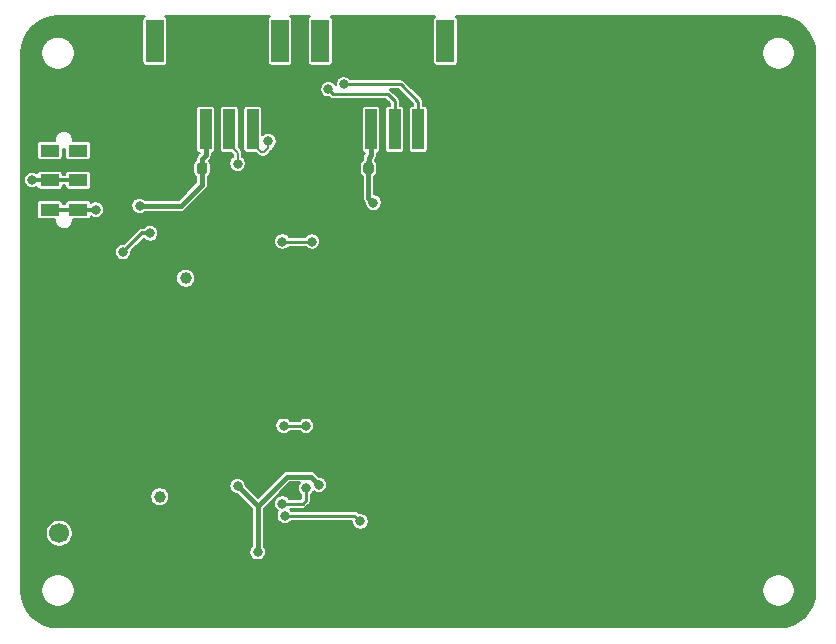
<source format=gbl>
G04 #@! TF.GenerationSoftware,KiCad,Pcbnew,5.1.6-c6e7f7d~86~ubuntu18.04.1*
G04 #@! TF.CreationDate,2020-07-16T01:51:11+09:00*
G04 #@! TF.ProjectId,WioTerminal_BatteryChassisAAA,57696f54-6572-46d6-996e-616c5f426174,rev?*
G04 #@! TF.SameCoordinates,PX206cc80PYfe6f74f0*
G04 #@! TF.FileFunction,Copper,L2,Bot*
G04 #@! TF.FilePolarity,Positive*
%FSLAX46Y46*%
G04 Gerber Fmt 4.6, Leading zero omitted, Abs format (unit mm)*
G04 Created by KiCad (PCBNEW 5.1.6-c6e7f7d~86~ubuntu18.04.1) date 2020-07-16 01:51:11*
%MOMM*%
%LPD*%
G01*
G04 APERTURE LIST*
G04 #@! TA.AperFunction,ComponentPad*
%ADD10C,1.700000*%
G04 #@! TD*
G04 #@! TA.AperFunction,ComponentPad*
%ADD11O,1.700000X1.700000*%
G04 #@! TD*
G04 #@! TA.AperFunction,ComponentPad*
%ADD12C,0.600000*%
G04 #@! TD*
G04 #@! TA.AperFunction,Conductor*
%ADD13R,2.300000X2.300000*%
G04 #@! TD*
G04 #@! TA.AperFunction,SMDPad,CuDef*
%ADD14R,1.600000X1.000000*%
G04 #@! TD*
G04 #@! TA.AperFunction,SMDPad,CuDef*
%ADD15R,1.000000X3.400000*%
G04 #@! TD*
G04 #@! TA.AperFunction,SMDPad,CuDef*
%ADD16R,1.500000X3.600000*%
G04 #@! TD*
G04 #@! TA.AperFunction,ComponentPad*
%ADD17C,1.000000*%
G04 #@! TD*
G04 #@! TA.AperFunction,ViaPad*
%ADD18C,0.800000*%
G04 #@! TD*
G04 #@! TA.AperFunction,Conductor*
%ADD19C,0.300000*%
G04 #@! TD*
G04 #@! TA.AperFunction,Conductor*
%ADD20C,0.250000*%
G04 #@! TD*
G04 #@! TA.AperFunction,Conductor*
%ADD21C,0.400000*%
G04 #@! TD*
G04 #@! TA.AperFunction,Conductor*
%ADD22C,0.200000*%
G04 #@! TD*
G04 APERTURE END LIST*
D10*
X-30400000Y-17900000D03*
D11*
X-27860000Y-17900000D03*
D12*
X-21600000Y-6300000D03*
X-22100000Y-6800000D03*
X-22100000Y-5800000D03*
X-21100000Y-6800000D03*
X-21100000Y-5800000D03*
D13*
X-21600000Y-6301000D03*
D14*
X-28800000Y9500000D03*
X-28800000Y12000000D03*
X-28800000Y14500000D03*
X-31200000Y14500000D03*
X-31200000Y9500000D03*
X-31200000Y12000000D03*
G04 #@! TA.AperFunction,SMDPad,CuDef*
G36*
G01*
X-5350000Y13256250D02*
X-5350000Y12743750D01*
G75*
G02*
X-5568750Y12525000I-218750J0D01*
G01*
X-6006250Y12525000D01*
G75*
G02*
X-6225000Y12743750I0J218750D01*
G01*
X-6225000Y13256250D01*
G75*
G02*
X-6006250Y13475000I218750J0D01*
G01*
X-5568750Y13475000D01*
G75*
G02*
X-5350000Y13256250I0J-218750D01*
G01*
G37*
G04 #@! TD.AperFunction*
G04 #@! TA.AperFunction,SMDPad,CuDef*
G36*
G01*
X-3775000Y13256250D02*
X-3775000Y12743750D01*
G75*
G02*
X-3993750Y12525000I-218750J0D01*
G01*
X-4431250Y12525000D01*
G75*
G02*
X-4650000Y12743750I0J218750D01*
G01*
X-4650000Y13256250D01*
G75*
G02*
X-4431250Y13475000I218750J0D01*
G01*
X-3993750Y13475000D01*
G75*
G02*
X-3775000Y13256250I0J-218750D01*
G01*
G37*
G04 #@! TD.AperFunction*
G04 #@! TA.AperFunction,SMDPad,CuDef*
G36*
G01*
X-17862500Y13256250D02*
X-17862500Y12743750D01*
G75*
G02*
X-18081250Y12525000I-218750J0D01*
G01*
X-18518750Y12525000D01*
G75*
G02*
X-18737500Y12743750I0J218750D01*
G01*
X-18737500Y13256250D01*
G75*
G02*
X-18518750Y13475000I218750J0D01*
G01*
X-18081250Y13475000D01*
G75*
G02*
X-17862500Y13256250I0J-218750D01*
G01*
G37*
G04 #@! TD.AperFunction*
G04 #@! TA.AperFunction,SMDPad,CuDef*
G36*
G01*
X-19437500Y13256250D02*
X-19437500Y12743750D01*
G75*
G02*
X-19656250Y12525000I-218750J0D01*
G01*
X-20093750Y12525000D01*
G75*
G02*
X-20312500Y12743750I0J218750D01*
G01*
X-20312500Y13256250D01*
G75*
G02*
X-20093750Y13475000I218750J0D01*
G01*
X-19656250Y13475000D01*
G75*
G02*
X-19437500Y13256250I0J-218750D01*
G01*
G37*
G04 #@! TD.AperFunction*
D15*
X0Y16300000D03*
X-2000000Y16300000D03*
X-4000000Y16300000D03*
X-6000000Y16300000D03*
D16*
X-8300000Y23800000D03*
X2300000Y23800000D03*
X-11700000Y23800000D03*
X-22300000Y23800000D03*
D15*
X-20000000Y16300000D03*
X-18000000Y16300000D03*
X-16000000Y16300000D03*
X-14000000Y16300000D03*
D17*
X-21900000Y-14800000D03*
X-24400000Y-14800000D03*
X-19700000Y3700000D03*
X-27500000Y2900000D03*
D18*
X-32700000Y12000000D03*
X-25900000Y-1400000D03*
X-17200000Y-1500000D03*
X-19500000Y-7900000D03*
X-23900000Y-6900000D03*
X-23900000Y-5700000D03*
X-24700000Y-6300000D03*
X-24700000Y-7300000D03*
X-24700000Y-5300000D03*
X-19500000Y-5900000D03*
X-19500000Y-6900000D03*
X-18600000Y-6400000D03*
X-18600000Y-7400000D03*
X-19500000Y-4900000D03*
X-25900000Y-2400000D03*
X-25900000Y0D03*
X-25900000Y1000000D03*
X-25900000Y2400000D03*
X-25900000Y3400000D03*
X-25400000Y-9800000D03*
X-25400000Y-10800000D03*
X-25400000Y-11800000D03*
X-25400000Y-12800000D03*
X-17800000Y-13500000D03*
X-17800000Y-14500000D03*
X-12300000Y-5300000D03*
X-11300000Y-6400000D03*
X-11100000Y-4000000D03*
X-12400000Y-12500000D03*
X-11500000Y-11200000D03*
X-12200000Y-2100000D03*
X27500000Y-25000000D03*
X22500000Y-25000000D03*
X17500000Y-25000000D03*
X12500000Y-25000000D03*
X7500000Y-25000000D03*
X2500000Y-25000000D03*
X-2500000Y-25000000D03*
X27500000Y-20000000D03*
X32500000Y-20000000D03*
X32500000Y-15000000D03*
X32500000Y-10000000D03*
X32500000Y-5000000D03*
X32500000Y0D03*
X32500000Y10000000D03*
X32500000Y15000000D03*
X32500000Y20000000D03*
X27500000Y20000000D03*
X27500000Y25000000D03*
X22500000Y25000000D03*
X17500000Y25000000D03*
X12500000Y25000000D03*
X7500000Y25000000D03*
X-2500000Y25000000D03*
X-17500000Y25000000D03*
X-27500000Y25000000D03*
X-27500000Y20000000D03*
X-32500000Y20000000D03*
X32500000Y5000000D03*
X-7500000Y-25000000D03*
X-12500000Y-25000000D03*
X-17500000Y-25000000D03*
X-22500000Y-25000000D03*
X-27500000Y-25000000D03*
X-32500000Y-15000000D03*
X-32500000Y-10000000D03*
X-32500000Y-5000000D03*
X-32500000Y0D03*
X-8500000Y5500000D03*
X-6500000Y5500000D03*
X-8500000Y500000D03*
X-8500000Y3000000D03*
X-8500000Y-2500000D03*
X-8500000Y-5500000D03*
X-9500000Y-11500000D03*
X-17500000Y-17300000D03*
X-32500000Y-12500000D03*
X-30500000Y-12500000D03*
X-28500000Y-12500000D03*
X-28500000Y-10000000D03*
X-30500000Y-10000000D03*
X-30500000Y-5000000D03*
X-28500000Y-3000000D03*
X-30500000Y-3000000D03*
X-30500000Y0D03*
X-28500000Y0D03*
X-30500000Y1500000D03*
X-32500000Y3500000D03*
X-31500000Y6000000D03*
X-29000000Y3500000D03*
X-13000000Y-500000D03*
X-13000000Y2500000D03*
X-15000000Y4500000D03*
X-4500000Y4000000D03*
X-2500000Y4000000D03*
X-500000Y6000000D03*
X1000000Y7500000D03*
X4000000Y7500000D03*
X6500000Y7500000D03*
X10000000Y7500000D03*
X10000000Y10000000D03*
X6400000Y10000000D03*
X4000000Y10000000D03*
X1000000Y10000000D03*
X-1500000Y10000000D03*
X-7500000Y10000000D03*
X-13900000Y10000000D03*
X-11000000Y10000000D03*
X-17500000Y10000000D03*
X-11500000Y5500000D03*
X-13500000Y5500000D03*
X-23500000Y4500000D03*
X-15800000Y5400000D03*
X-26500000Y5800000D03*
X-27800000Y7400000D03*
X-17800000Y20100000D03*
X-9900000Y21400000D03*
X-6100000Y21400000D03*
X-1300000Y21200000D03*
X2200000Y20700000D03*
X5200000Y20700000D03*
X7800000Y20700000D03*
X9900000Y20700000D03*
X5200000Y23200000D03*
X-11500000Y2500000D03*
X-11500000Y-500000D03*
X-19100000Y20500000D03*
X-22800000Y15300000D03*
X-8900000Y15200000D03*
X6400000Y15200000D03*
X11400000Y20700000D03*
X16500000Y20700000D03*
X24200000Y10100000D03*
X24100000Y15400000D03*
X-32600010Y-17500000D03*
X-32526108Y-20013054D03*
X-9600000Y-20300000D03*
X-7300000Y-20300000D03*
X-4900000Y-20300000D03*
X-17800000Y-18900000D03*
X-17800000Y-22400000D03*
X-20400000Y-22600000D03*
X-16200000Y-20700000D03*
X-12400000Y-19600000D03*
X-9900000Y-19000000D03*
X-4800000Y-18800000D03*
X-7300000Y-13900000D03*
X-4900000Y-13900000D03*
X-9000000Y6800000D03*
X-11500000Y6800000D03*
X-11400000Y-8800000D03*
X-9500000Y-8800000D03*
X-11300000Y-16400000D03*
X-4900000Y-16900000D03*
X-11500000Y-15400000D03*
X-9500000Y-14100000D03*
X-23600000Y9820000D03*
X-3800000Y10100000D03*
X-15300000Y-13900000D03*
X-13600000Y-19500000D03*
X-8400000Y-13800000D03*
X-22700000Y7500000D03*
X-25000000Y5900000D03*
X-27300000Y9500000D03*
X-12700000Y15300000D03*
X-15300000Y13400000D03*
X-6300000Y20100000D03*
X-7600000Y19700000D03*
D19*
X-32700000Y12000000D02*
X-31200000Y12000000D01*
X-31200000Y12000000D02*
X-28800000Y12000000D01*
D20*
X-9000000Y6800000D02*
X-11500000Y6800000D01*
X-11400000Y-8800000D02*
X-9500000Y-8800000D01*
X-5400000Y-16400000D02*
X-4900000Y-16900000D01*
X-11300000Y-16400000D02*
X-5400000Y-16400000D01*
X-11500000Y-15400000D02*
X-9800000Y-15400000D01*
X-9500000Y-15100000D02*
X-9500000Y-14100000D01*
X-9800000Y-15400000D02*
X-9500000Y-15100000D01*
D21*
X-18300000Y11600000D02*
X-18300000Y13000000D01*
X-23600000Y9820000D02*
X-20080000Y9820000D01*
X-20080000Y9820000D02*
X-18300000Y11600000D01*
X-18300000Y13800000D02*
X-18300000Y13000000D01*
X-18000000Y16300000D02*
X-18000000Y14100000D01*
X-18000000Y14100000D02*
X-18300000Y13800000D01*
X-4212500Y10512500D02*
X-4212500Y13000000D01*
X-3800000Y10100000D02*
X-4212500Y10512500D01*
X-4212500Y13575000D02*
X-4200000Y13587500D01*
X-4212500Y13000000D02*
X-4212500Y13575000D01*
X-4200000Y13587500D02*
X-4200000Y13900000D01*
X-4000000Y14100000D02*
X-4000000Y16300000D01*
X-4200000Y13900000D02*
X-4000000Y14100000D01*
X-15300000Y-13900000D02*
X-13600000Y-15600000D01*
X-13600000Y-15600000D02*
X-13600000Y-19500000D01*
X-13600000Y-15600000D02*
X-11100000Y-13100000D01*
X-9100000Y-13100000D02*
X-8400000Y-13800000D01*
X-11100000Y-13100000D02*
X-9100000Y-13100000D01*
D19*
X-22700000Y7500000D02*
X-23400000Y7500000D01*
X-23400000Y7500000D02*
X-25000000Y5900000D01*
X-27300000Y9500000D02*
X-28800000Y9500000D01*
X-31200000Y9500000D02*
X-28800000Y9500000D01*
D22*
X-12700000Y14734315D02*
X-13034315Y14400000D01*
X-12700000Y15300000D02*
X-12700000Y14734315D01*
X-14000000Y15100000D02*
X-14000000Y16300000D01*
X-13300000Y14400000D02*
X-14000000Y15100000D01*
X-13034315Y14400000D02*
X-13300000Y14400000D01*
X-16000000Y16300000D02*
X-16000000Y15000000D01*
X-16000000Y15000000D02*
X-15300000Y14300000D01*
X-15300000Y14300000D02*
X-15300000Y13400000D01*
D20*
X0Y16300000D02*
X0Y18600000D01*
X-1500000Y20100000D02*
X-6300000Y20100000D01*
X0Y18600000D02*
X-1500000Y20100000D01*
X-2000000Y18700000D02*
X-2000000Y18250000D01*
X-2000000Y18250000D02*
X-2000000Y16300000D01*
X-2600001Y19300001D02*
X-2000000Y18700000D01*
X-7200001Y19300001D02*
X-2600001Y19300001D01*
X-7600000Y19700000D02*
X-7200001Y19300001D01*
D22*
G36*
X-23217477Y25850647D02*
G01*
X-23263158Y25813158D01*
X-23300647Y25767477D01*
X-23328504Y25715360D01*
X-23345659Y25658810D01*
X-23351451Y25600000D01*
X-23351451Y22000000D01*
X-23345659Y21941190D01*
X-23328504Y21884640D01*
X-23300647Y21832523D01*
X-23263158Y21786842D01*
X-23217477Y21749353D01*
X-23165360Y21721496D01*
X-23108810Y21704341D01*
X-23050000Y21698549D01*
X-21550000Y21698549D01*
X-21491190Y21704341D01*
X-21434640Y21721496D01*
X-21382523Y21749353D01*
X-21336842Y21786842D01*
X-21299353Y21832523D01*
X-21271496Y21884640D01*
X-21254341Y21941190D01*
X-21248549Y22000000D01*
X-21248549Y25600000D01*
X-21254341Y25658810D01*
X-21271496Y25715360D01*
X-21299353Y25767477D01*
X-21336842Y25813158D01*
X-21382523Y25850647D01*
X-21428084Y25875000D01*
X-12571916Y25875000D01*
X-12617477Y25850647D01*
X-12663158Y25813158D01*
X-12700647Y25767477D01*
X-12728504Y25715360D01*
X-12745659Y25658810D01*
X-12751451Y25600000D01*
X-12751451Y22000000D01*
X-12745659Y21941190D01*
X-12728504Y21884640D01*
X-12700647Y21832523D01*
X-12663158Y21786842D01*
X-12617477Y21749353D01*
X-12565360Y21721496D01*
X-12508810Y21704341D01*
X-12450000Y21698549D01*
X-10950000Y21698549D01*
X-10891190Y21704341D01*
X-10834640Y21721496D01*
X-10782523Y21749353D01*
X-10736842Y21786842D01*
X-10699353Y21832523D01*
X-10671496Y21884640D01*
X-10654341Y21941190D01*
X-10648549Y22000000D01*
X-10648549Y25600000D01*
X-10654341Y25658810D01*
X-10671496Y25715360D01*
X-10699353Y25767477D01*
X-10736842Y25813158D01*
X-10782523Y25850647D01*
X-10828084Y25875000D01*
X-9171916Y25875000D01*
X-9217477Y25850647D01*
X-9263158Y25813158D01*
X-9300647Y25767477D01*
X-9328504Y25715360D01*
X-9345659Y25658810D01*
X-9351451Y25600000D01*
X-9351451Y22000000D01*
X-9345659Y21941190D01*
X-9328504Y21884640D01*
X-9300647Y21832523D01*
X-9263158Y21786842D01*
X-9217477Y21749353D01*
X-9165360Y21721496D01*
X-9108810Y21704341D01*
X-9050000Y21698549D01*
X-7550000Y21698549D01*
X-7491190Y21704341D01*
X-7434640Y21721496D01*
X-7382523Y21749353D01*
X-7336842Y21786842D01*
X-7299353Y21832523D01*
X-7271496Y21884640D01*
X-7254341Y21941190D01*
X-7248549Y22000000D01*
X-7248549Y25600000D01*
X-7254341Y25658810D01*
X-7271496Y25715360D01*
X-7299353Y25767477D01*
X-7336842Y25813158D01*
X-7382523Y25850647D01*
X-7428084Y25875000D01*
X1428084Y25875000D01*
X1382523Y25850647D01*
X1336842Y25813158D01*
X1299353Y25767477D01*
X1271496Y25715360D01*
X1254341Y25658810D01*
X1248549Y25600000D01*
X1248549Y22000000D01*
X1254341Y21941190D01*
X1271496Y21884640D01*
X1299353Y21832523D01*
X1336842Y21786842D01*
X1382523Y21749353D01*
X1434640Y21721496D01*
X1491190Y21704341D01*
X1550000Y21698549D01*
X3050000Y21698549D01*
X3108810Y21704341D01*
X3165360Y21721496D01*
X3217477Y21749353D01*
X3263158Y21786842D01*
X3300647Y21832523D01*
X3328504Y21884640D01*
X3345659Y21941190D01*
X3351451Y22000000D01*
X3351451Y22887888D01*
X29100000Y22887888D01*
X29100000Y22612112D01*
X29153801Y22341635D01*
X29259336Y22086851D01*
X29412549Y21857552D01*
X29607552Y21662549D01*
X29836851Y21509336D01*
X30091635Y21403801D01*
X30362112Y21350000D01*
X30637888Y21350000D01*
X30908365Y21403801D01*
X31163149Y21509336D01*
X31392448Y21662549D01*
X31587451Y21857552D01*
X31740664Y22086851D01*
X31846199Y22341635D01*
X31900000Y22612112D01*
X31900000Y22887888D01*
X31846199Y23158365D01*
X31740664Y23413149D01*
X31587451Y23642448D01*
X31392448Y23837451D01*
X31163149Y23990664D01*
X30908365Y24096199D01*
X30637888Y24150000D01*
X30362112Y24150000D01*
X30091635Y24096199D01*
X29836851Y23990664D01*
X29607552Y23837451D01*
X29412549Y23642448D01*
X29259336Y23413149D01*
X29153801Y23158365D01*
X29100000Y22887888D01*
X3351451Y22887888D01*
X3351451Y25600000D01*
X3345659Y25658810D01*
X3328504Y25715360D01*
X3300647Y25767477D01*
X3263158Y25813158D01*
X3217477Y25850647D01*
X3171916Y25875000D01*
X30481662Y25875000D01*
X31106631Y25813721D01*
X31690161Y25637543D01*
X32228350Y25351383D01*
X32700713Y24966134D01*
X33089252Y24496473D01*
X33379165Y23960289D01*
X33559411Y23378006D01*
X33624983Y22754130D01*
X33625001Y22748984D01*
X33625000Y-22731662D01*
X33563721Y-23356631D01*
X33387543Y-23940161D01*
X33101381Y-24478352D01*
X32716132Y-24950715D01*
X32246469Y-25339254D01*
X31710290Y-25629165D01*
X31128012Y-25809410D01*
X30504130Y-25874983D01*
X30499270Y-25875000D01*
X-30481662Y-25875000D01*
X-31106631Y-25813721D01*
X-31690161Y-25637543D01*
X-32228352Y-25351381D01*
X-32700715Y-24966132D01*
X-33089254Y-24496469D01*
X-33379165Y-23960290D01*
X-33559410Y-23378012D01*
X-33624983Y-22754130D01*
X-33625000Y-22749270D01*
X-33625000Y-22612112D01*
X-31900000Y-22612112D01*
X-31900000Y-22887888D01*
X-31846199Y-23158365D01*
X-31740664Y-23413149D01*
X-31587451Y-23642448D01*
X-31392448Y-23837451D01*
X-31163149Y-23990664D01*
X-30908365Y-24096199D01*
X-30637888Y-24150000D01*
X-30362112Y-24150000D01*
X-30091635Y-24096199D01*
X-29836851Y-23990664D01*
X-29607552Y-23837451D01*
X-29412549Y-23642448D01*
X-29259336Y-23413149D01*
X-29153801Y-23158365D01*
X-29100000Y-22887888D01*
X-29100000Y-22612112D01*
X29100000Y-22612112D01*
X29100000Y-22887888D01*
X29153801Y-23158365D01*
X29259336Y-23413149D01*
X29412549Y-23642448D01*
X29607552Y-23837451D01*
X29836851Y-23990664D01*
X30091635Y-24096199D01*
X30362112Y-24150000D01*
X30637888Y-24150000D01*
X30908365Y-24096199D01*
X31163149Y-23990664D01*
X31392448Y-23837451D01*
X31587451Y-23642448D01*
X31740664Y-23413149D01*
X31846199Y-23158365D01*
X31900000Y-22887888D01*
X31900000Y-22612112D01*
X31846199Y-22341635D01*
X31740664Y-22086851D01*
X31587451Y-21857552D01*
X31392448Y-21662549D01*
X31163149Y-21509336D01*
X30908365Y-21403801D01*
X30637888Y-21350000D01*
X30362112Y-21350000D01*
X30091635Y-21403801D01*
X29836851Y-21509336D01*
X29607552Y-21662549D01*
X29412549Y-21857552D01*
X29259336Y-22086851D01*
X29153801Y-22341635D01*
X29100000Y-22612112D01*
X-29100000Y-22612112D01*
X-29153801Y-22341635D01*
X-29259336Y-22086851D01*
X-29412549Y-21857552D01*
X-29607552Y-21662549D01*
X-29836851Y-21509336D01*
X-30091635Y-21403801D01*
X-30362112Y-21350000D01*
X-30637888Y-21350000D01*
X-30908365Y-21403801D01*
X-31163149Y-21509336D01*
X-31392448Y-21662549D01*
X-31587451Y-21857552D01*
X-31740664Y-22086851D01*
X-31846199Y-22341635D01*
X-31900000Y-22612112D01*
X-33625000Y-22612112D01*
X-33625000Y-17786735D01*
X-31550000Y-17786735D01*
X-31550000Y-18013265D01*
X-31505806Y-18235443D01*
X-31419116Y-18444729D01*
X-31293263Y-18633082D01*
X-31133082Y-18793263D01*
X-30944729Y-18919116D01*
X-30735443Y-19005806D01*
X-30513265Y-19050000D01*
X-30286735Y-19050000D01*
X-30064557Y-19005806D01*
X-29855271Y-18919116D01*
X-29666918Y-18793263D01*
X-29506737Y-18633082D01*
X-29380884Y-18444729D01*
X-29294194Y-18235443D01*
X-29250000Y-18013265D01*
X-29250000Y-17786735D01*
X-29294194Y-17564557D01*
X-29380884Y-17355271D01*
X-29506737Y-17166918D01*
X-29666918Y-17006737D01*
X-29855271Y-16880884D01*
X-30064557Y-16794194D01*
X-30286735Y-16750000D01*
X-30513265Y-16750000D01*
X-30735443Y-16794194D01*
X-30944729Y-16880884D01*
X-31133082Y-17006737D01*
X-31293263Y-17166918D01*
X-31419116Y-17355271D01*
X-31505806Y-17564557D01*
X-31550000Y-17786735D01*
X-33625000Y-17786735D01*
X-33625000Y-14721207D01*
X-22700000Y-14721207D01*
X-22700000Y-14878793D01*
X-22669257Y-15033351D01*
X-22608951Y-15178942D01*
X-22521401Y-15309970D01*
X-22409970Y-15421401D01*
X-22278942Y-15508951D01*
X-22133351Y-15569257D01*
X-21978793Y-15600000D01*
X-21821207Y-15600000D01*
X-21666649Y-15569257D01*
X-21521058Y-15508951D01*
X-21390030Y-15421401D01*
X-21278599Y-15309970D01*
X-21191049Y-15178942D01*
X-21130743Y-15033351D01*
X-21100000Y-14878793D01*
X-21100000Y-14721207D01*
X-21130743Y-14566649D01*
X-21191049Y-14421058D01*
X-21278599Y-14290030D01*
X-21390030Y-14178599D01*
X-21521058Y-14091049D01*
X-21666649Y-14030743D01*
X-21821207Y-14000000D01*
X-21978793Y-14000000D01*
X-22133351Y-14030743D01*
X-22278942Y-14091049D01*
X-22409970Y-14178599D01*
X-22521401Y-14290030D01*
X-22608951Y-14421058D01*
X-22669257Y-14566649D01*
X-22700000Y-14721207D01*
X-33625000Y-14721207D01*
X-33625000Y-13831056D01*
X-16000000Y-13831056D01*
X-16000000Y-13968944D01*
X-15973099Y-14104182D01*
X-15920332Y-14231574D01*
X-15843726Y-14346224D01*
X-15746224Y-14443726D01*
X-15631574Y-14520332D01*
X-15504182Y-14573099D01*
X-15368944Y-14600000D01*
X-15307105Y-14600000D01*
X-14100000Y-15807106D01*
X-14099999Y-19010049D01*
X-14143726Y-19053776D01*
X-14220332Y-19168426D01*
X-14273099Y-19295818D01*
X-14300000Y-19431056D01*
X-14300000Y-19568944D01*
X-14273099Y-19704182D01*
X-14220332Y-19831574D01*
X-14143726Y-19946224D01*
X-14046224Y-20043726D01*
X-13931574Y-20120332D01*
X-13804182Y-20173099D01*
X-13668944Y-20200000D01*
X-13531056Y-20200000D01*
X-13395818Y-20173099D01*
X-13268426Y-20120332D01*
X-13153776Y-20043726D01*
X-13056274Y-19946224D01*
X-12979668Y-19831574D01*
X-12926901Y-19704182D01*
X-12900000Y-19568944D01*
X-12900000Y-19431056D01*
X-12926901Y-19295818D01*
X-12979668Y-19168426D01*
X-13056274Y-19053776D01*
X-13100000Y-19010050D01*
X-13100000Y-15807105D01*
X-10892894Y-13600000D01*
X-9989950Y-13600000D01*
X-10043726Y-13653776D01*
X-10120332Y-13768426D01*
X-10173099Y-13895818D01*
X-10200000Y-14031056D01*
X-10200000Y-14168944D01*
X-10173099Y-14304182D01*
X-10120332Y-14431574D01*
X-10043726Y-14546224D01*
X-9946224Y-14643726D01*
X-9925000Y-14657908D01*
X-9925000Y-14923959D01*
X-9976040Y-14975000D01*
X-10942093Y-14975000D01*
X-10956274Y-14953776D01*
X-11053776Y-14856274D01*
X-11168426Y-14779668D01*
X-11295818Y-14726901D01*
X-11431056Y-14700000D01*
X-11568944Y-14700000D01*
X-11704182Y-14726901D01*
X-11831574Y-14779668D01*
X-11946224Y-14856274D01*
X-12043726Y-14953776D01*
X-12120332Y-15068426D01*
X-12173099Y-15195818D01*
X-12200000Y-15331056D01*
X-12200000Y-15468944D01*
X-12173099Y-15604182D01*
X-12120332Y-15731574D01*
X-12043726Y-15846224D01*
X-11946224Y-15943726D01*
X-11870720Y-15994176D01*
X-11920332Y-16068426D01*
X-11973099Y-16195818D01*
X-12000000Y-16331056D01*
X-12000000Y-16468944D01*
X-11973099Y-16604182D01*
X-11920332Y-16731574D01*
X-11843726Y-16846224D01*
X-11746224Y-16943726D01*
X-11631574Y-17020332D01*
X-11504182Y-17073099D01*
X-11368944Y-17100000D01*
X-11231056Y-17100000D01*
X-11095818Y-17073099D01*
X-10968426Y-17020332D01*
X-10853776Y-16943726D01*
X-10756274Y-16846224D01*
X-10742093Y-16825000D01*
X-5598795Y-16825000D01*
X-5600000Y-16831056D01*
X-5600000Y-16968944D01*
X-5573099Y-17104182D01*
X-5520332Y-17231574D01*
X-5443726Y-17346224D01*
X-5346224Y-17443726D01*
X-5231574Y-17520332D01*
X-5104182Y-17573099D01*
X-4968944Y-17600000D01*
X-4831056Y-17600000D01*
X-4695818Y-17573099D01*
X-4568426Y-17520332D01*
X-4453776Y-17443726D01*
X-4356274Y-17346224D01*
X-4279668Y-17231574D01*
X-4226901Y-17104182D01*
X-4200000Y-16968944D01*
X-4200000Y-16831056D01*
X-4226901Y-16695818D01*
X-4279668Y-16568426D01*
X-4356274Y-16453776D01*
X-4453776Y-16356274D01*
X-4568426Y-16279668D01*
X-4695818Y-16226901D01*
X-4831056Y-16200000D01*
X-4968944Y-16200000D01*
X-4993980Y-16204980D01*
X-5084717Y-16114243D01*
X-5098026Y-16098026D01*
X-5162740Y-16044916D01*
X-5236573Y-16005452D01*
X-5316686Y-15981150D01*
X-5379126Y-15975000D01*
X-5379133Y-15975000D01*
X-5400000Y-15972945D01*
X-5420867Y-15975000D01*
X-10742093Y-15975000D01*
X-10756274Y-15953776D01*
X-10853776Y-15856274D01*
X-10900581Y-15825000D01*
X-9820867Y-15825000D01*
X-9800000Y-15827055D01*
X-9779133Y-15825000D01*
X-9779126Y-15825000D01*
X-9716686Y-15818850D01*
X-9636573Y-15794548D01*
X-9562740Y-15755084D01*
X-9498026Y-15701974D01*
X-9484717Y-15685757D01*
X-9214237Y-15415278D01*
X-9198026Y-15401974D01*
X-9144916Y-15337260D01*
X-9105452Y-15263427D01*
X-9081150Y-15183314D01*
X-9075000Y-15120874D01*
X-9075000Y-15120868D01*
X-9072945Y-15100001D01*
X-9075000Y-15079134D01*
X-9075000Y-14657907D01*
X-9053776Y-14643726D01*
X-8956274Y-14546224D01*
X-8879668Y-14431574D01*
X-8843919Y-14345266D01*
X-8731574Y-14420332D01*
X-8604182Y-14473099D01*
X-8468944Y-14500000D01*
X-8331056Y-14500000D01*
X-8195818Y-14473099D01*
X-8068426Y-14420332D01*
X-7953776Y-14343726D01*
X-7856274Y-14246224D01*
X-7779668Y-14131574D01*
X-7726901Y-14004182D01*
X-7700000Y-13868944D01*
X-7700000Y-13731056D01*
X-7726901Y-13595818D01*
X-7779668Y-13468426D01*
X-7856274Y-13353776D01*
X-7953776Y-13256274D01*
X-8068426Y-13179668D01*
X-8195818Y-13126901D01*
X-8331056Y-13100000D01*
X-8392894Y-13100000D01*
X-8729071Y-12763824D01*
X-8744736Y-12744736D01*
X-8820871Y-12682254D01*
X-8907733Y-12635825D01*
X-9001983Y-12607235D01*
X-9075440Y-12600000D01*
X-9100000Y-12597581D01*
X-9124560Y-12600000D01*
X-11075440Y-12600000D01*
X-11100000Y-12597581D01*
X-11124560Y-12600000D01*
X-11198017Y-12607235D01*
X-11292267Y-12635825D01*
X-11379129Y-12682254D01*
X-11455264Y-12744736D01*
X-11470925Y-12763819D01*
X-13600000Y-14892895D01*
X-14600000Y-13892895D01*
X-14600000Y-13831056D01*
X-14626901Y-13695818D01*
X-14679668Y-13568426D01*
X-14756274Y-13453776D01*
X-14853776Y-13356274D01*
X-14968426Y-13279668D01*
X-15095818Y-13226901D01*
X-15231056Y-13200000D01*
X-15368944Y-13200000D01*
X-15504182Y-13226901D01*
X-15631574Y-13279668D01*
X-15746224Y-13356274D01*
X-15843726Y-13453776D01*
X-15920332Y-13568426D01*
X-15973099Y-13695818D01*
X-16000000Y-13831056D01*
X-33625000Y-13831056D01*
X-33625000Y-8731056D01*
X-12100000Y-8731056D01*
X-12100000Y-8868944D01*
X-12073099Y-9004182D01*
X-12020332Y-9131574D01*
X-11943726Y-9246224D01*
X-11846224Y-9343726D01*
X-11731574Y-9420332D01*
X-11604182Y-9473099D01*
X-11468944Y-9500000D01*
X-11331056Y-9500000D01*
X-11195818Y-9473099D01*
X-11068426Y-9420332D01*
X-10953776Y-9343726D01*
X-10856274Y-9246224D01*
X-10842093Y-9225000D01*
X-10057907Y-9225000D01*
X-10043726Y-9246224D01*
X-9946224Y-9343726D01*
X-9831574Y-9420332D01*
X-9704182Y-9473099D01*
X-9568944Y-9500000D01*
X-9431056Y-9500000D01*
X-9295818Y-9473099D01*
X-9168426Y-9420332D01*
X-9053776Y-9343726D01*
X-8956274Y-9246224D01*
X-8879668Y-9131574D01*
X-8826901Y-9004182D01*
X-8800000Y-8868944D01*
X-8800000Y-8731056D01*
X-8826901Y-8595818D01*
X-8879668Y-8468426D01*
X-8956274Y-8353776D01*
X-9053776Y-8256274D01*
X-9168426Y-8179668D01*
X-9295818Y-8126901D01*
X-9431056Y-8100000D01*
X-9568944Y-8100000D01*
X-9704182Y-8126901D01*
X-9831574Y-8179668D01*
X-9946224Y-8256274D01*
X-10043726Y-8353776D01*
X-10057907Y-8375000D01*
X-10842093Y-8375000D01*
X-10856274Y-8353776D01*
X-10953776Y-8256274D01*
X-11068426Y-8179668D01*
X-11195818Y-8126901D01*
X-11331056Y-8100000D01*
X-11468944Y-8100000D01*
X-11604182Y-8126901D01*
X-11731574Y-8179668D01*
X-11846224Y-8256274D01*
X-11943726Y-8353776D01*
X-12020332Y-8468426D01*
X-12073099Y-8595818D01*
X-12100000Y-8731056D01*
X-33625000Y-8731056D01*
X-33625000Y3778793D01*
X-20500000Y3778793D01*
X-20500000Y3621207D01*
X-20469257Y3466649D01*
X-20408951Y3321058D01*
X-20321401Y3190030D01*
X-20209970Y3078599D01*
X-20078942Y2991049D01*
X-19933351Y2930743D01*
X-19778793Y2900000D01*
X-19621207Y2900000D01*
X-19466649Y2930743D01*
X-19321058Y2991049D01*
X-19190030Y3078599D01*
X-19078599Y3190030D01*
X-18991049Y3321058D01*
X-18930743Y3466649D01*
X-18900000Y3621207D01*
X-18900000Y3778793D01*
X-18930743Y3933351D01*
X-18991049Y4078942D01*
X-19078599Y4209970D01*
X-19190030Y4321401D01*
X-19321058Y4408951D01*
X-19466649Y4469257D01*
X-19621207Y4500000D01*
X-19778793Y4500000D01*
X-19933351Y4469257D01*
X-20078942Y4408951D01*
X-20209970Y4321401D01*
X-20321401Y4209970D01*
X-20408951Y4078942D01*
X-20469257Y3933351D01*
X-20500000Y3778793D01*
X-33625000Y3778793D01*
X-33625000Y5968944D01*
X-25700000Y5968944D01*
X-25700000Y5831056D01*
X-25673099Y5695818D01*
X-25620332Y5568426D01*
X-25543726Y5453776D01*
X-25446224Y5356274D01*
X-25331574Y5279668D01*
X-25204182Y5226901D01*
X-25068944Y5200000D01*
X-24931056Y5200000D01*
X-24795818Y5226901D01*
X-24668426Y5279668D01*
X-24553776Y5356274D01*
X-24456274Y5453776D01*
X-24379668Y5568426D01*
X-24326901Y5695818D01*
X-24300000Y5831056D01*
X-24300000Y5963605D01*
X-23226777Y7036827D01*
X-23146224Y6956274D01*
X-23031574Y6879668D01*
X-22904182Y6826901D01*
X-22768944Y6800000D01*
X-22631056Y6800000D01*
X-22495818Y6826901D01*
X-22394317Y6868944D01*
X-12200000Y6868944D01*
X-12200000Y6731056D01*
X-12173099Y6595818D01*
X-12120332Y6468426D01*
X-12043726Y6353776D01*
X-11946224Y6256274D01*
X-11831574Y6179668D01*
X-11704182Y6126901D01*
X-11568944Y6100000D01*
X-11431056Y6100000D01*
X-11295818Y6126901D01*
X-11168426Y6179668D01*
X-11053776Y6256274D01*
X-10956274Y6353776D01*
X-10942093Y6375000D01*
X-9557907Y6375000D01*
X-9543726Y6353776D01*
X-9446224Y6256274D01*
X-9331574Y6179668D01*
X-9204182Y6126901D01*
X-9068944Y6100000D01*
X-8931056Y6100000D01*
X-8795818Y6126901D01*
X-8668426Y6179668D01*
X-8553776Y6256274D01*
X-8456274Y6353776D01*
X-8379668Y6468426D01*
X-8326901Y6595818D01*
X-8300000Y6731056D01*
X-8300000Y6868944D01*
X-8326901Y7004182D01*
X-8379668Y7131574D01*
X-8456274Y7246224D01*
X-8553776Y7343726D01*
X-8668426Y7420332D01*
X-8795818Y7473099D01*
X-8931056Y7500000D01*
X-9068944Y7500000D01*
X-9204182Y7473099D01*
X-9331574Y7420332D01*
X-9446224Y7343726D01*
X-9543726Y7246224D01*
X-9557907Y7225000D01*
X-10942093Y7225000D01*
X-10956274Y7246224D01*
X-11053776Y7343726D01*
X-11168426Y7420332D01*
X-11295818Y7473099D01*
X-11431056Y7500000D01*
X-11568944Y7500000D01*
X-11704182Y7473099D01*
X-11831574Y7420332D01*
X-11946224Y7343726D01*
X-12043726Y7246224D01*
X-12120332Y7131574D01*
X-12173099Y7004182D01*
X-12200000Y6868944D01*
X-22394317Y6868944D01*
X-22368426Y6879668D01*
X-22253776Y6956274D01*
X-22156274Y7053776D01*
X-22079668Y7168426D01*
X-22026901Y7295818D01*
X-22000000Y7431056D01*
X-22000000Y7568944D01*
X-22026901Y7704182D01*
X-22079668Y7831574D01*
X-22156274Y7946224D01*
X-22253776Y8043726D01*
X-22368426Y8120332D01*
X-22495818Y8173099D01*
X-22631056Y8200000D01*
X-22768944Y8200000D01*
X-22904182Y8173099D01*
X-23031574Y8120332D01*
X-23146224Y8043726D01*
X-23239950Y7950000D01*
X-23377906Y7950000D01*
X-23400000Y7952176D01*
X-23422094Y7950000D01*
X-23422105Y7950000D01*
X-23488215Y7943489D01*
X-23573041Y7917757D01*
X-23651217Y7875971D01*
X-23702568Y7833828D01*
X-23702572Y7833824D01*
X-23719737Y7819737D01*
X-23733824Y7802572D01*
X-24936395Y6600000D01*
X-25068944Y6600000D01*
X-25204182Y6573099D01*
X-25331574Y6520332D01*
X-25446224Y6443726D01*
X-25543726Y6346224D01*
X-25620332Y6231574D01*
X-25673099Y6104182D01*
X-25700000Y5968944D01*
X-33625000Y5968944D01*
X-33625000Y10000000D01*
X-32301451Y10000000D01*
X-32301451Y9000000D01*
X-32295659Y8941190D01*
X-32278504Y8884640D01*
X-32250647Y8832523D01*
X-32213158Y8786842D01*
X-32167477Y8749353D01*
X-32115360Y8721496D01*
X-32058810Y8704341D01*
X-32000000Y8698549D01*
X-30745091Y8698549D01*
X-30750000Y8673869D01*
X-30750000Y8526131D01*
X-30721178Y8381233D01*
X-30664641Y8244742D01*
X-30582563Y8121903D01*
X-30478097Y8017437D01*
X-30355258Y7935359D01*
X-30218767Y7878822D01*
X-30073869Y7850000D01*
X-29926131Y7850000D01*
X-29781233Y7878822D01*
X-29644742Y7935359D01*
X-29521903Y8017437D01*
X-29417437Y8121903D01*
X-29335359Y8244742D01*
X-29278822Y8381233D01*
X-29250000Y8526131D01*
X-29250000Y8673869D01*
X-29254909Y8698549D01*
X-28000000Y8698549D01*
X-27941190Y8704341D01*
X-27884640Y8721496D01*
X-27832523Y8749353D01*
X-27786842Y8786842D01*
X-27749353Y8832523D01*
X-27721496Y8884640D01*
X-27707595Y8930463D01*
X-27631574Y8879668D01*
X-27504182Y8826901D01*
X-27368944Y8800000D01*
X-27231056Y8800000D01*
X-27095818Y8826901D01*
X-26968426Y8879668D01*
X-26853776Y8956274D01*
X-26756274Y9053776D01*
X-26679668Y9168426D01*
X-26626901Y9295818D01*
X-26600000Y9431056D01*
X-26600000Y9568944D01*
X-26626901Y9704182D01*
X-26679668Y9831574D01*
X-26718001Y9888944D01*
X-24300000Y9888944D01*
X-24300000Y9751056D01*
X-24273099Y9615818D01*
X-24220332Y9488426D01*
X-24143726Y9373776D01*
X-24046224Y9276274D01*
X-23931574Y9199668D01*
X-23804182Y9146901D01*
X-23668944Y9120000D01*
X-23531056Y9120000D01*
X-23395818Y9146901D01*
X-23268426Y9199668D01*
X-23153776Y9276274D01*
X-23110050Y9320000D01*
X-20104560Y9320000D01*
X-20080000Y9317581D01*
X-20055440Y9320000D01*
X-19981983Y9327235D01*
X-19887733Y9355825D01*
X-19800871Y9402254D01*
X-19724736Y9464736D01*
X-19709071Y9483824D01*
X-17963819Y11229075D01*
X-17944736Y11244736D01*
X-17882254Y11320871D01*
X-17835825Y11407733D01*
X-17807235Y11501983D01*
X-17800000Y11575440D01*
X-17800000Y11575441D01*
X-17797581Y11599999D01*
X-17800000Y11624557D01*
X-17800000Y12307072D01*
X-17792242Y12311219D01*
X-17713412Y12375912D01*
X-17648719Y12454742D01*
X-17600647Y12544678D01*
X-17571045Y12642264D01*
X-17561049Y12743750D01*
X-17561049Y13256250D01*
X-17571045Y13357736D01*
X-17600647Y13455322D01*
X-17648719Y13545258D01*
X-17713412Y13624088D01*
X-17743838Y13649057D01*
X-17663824Y13729071D01*
X-17644736Y13744736D01*
X-17582254Y13820871D01*
X-17535825Y13907733D01*
X-17507235Y14001983D01*
X-17500000Y14075440D01*
X-17500000Y14075441D01*
X-17497581Y14099999D01*
X-17500000Y14124557D01*
X-17500000Y14298549D01*
X-17441190Y14304341D01*
X-17384640Y14321496D01*
X-17332523Y14349353D01*
X-17286842Y14386842D01*
X-17249353Y14432523D01*
X-17221496Y14484640D01*
X-17204341Y14541190D01*
X-17198549Y14600000D01*
X-17198549Y18000000D01*
X-16801451Y18000000D01*
X-16801451Y14600000D01*
X-16795659Y14541190D01*
X-16778504Y14484640D01*
X-16750647Y14432523D01*
X-16713158Y14386842D01*
X-16667477Y14349353D01*
X-16615360Y14321496D01*
X-16558810Y14304341D01*
X-16500000Y14298549D01*
X-15864234Y14298549D01*
X-15700000Y14134315D01*
X-15700000Y13974612D01*
X-15746224Y13943726D01*
X-15843726Y13846224D01*
X-15920332Y13731574D01*
X-15973099Y13604182D01*
X-16000000Y13468944D01*
X-16000000Y13331056D01*
X-15973099Y13195818D01*
X-15920332Y13068426D01*
X-15843726Y12953776D01*
X-15746224Y12856274D01*
X-15631574Y12779668D01*
X-15504182Y12726901D01*
X-15368944Y12700000D01*
X-15231056Y12700000D01*
X-15095818Y12726901D01*
X-14968426Y12779668D01*
X-14853776Y12856274D01*
X-14756274Y12953776D01*
X-14679668Y13068426D01*
X-14626901Y13195818D01*
X-14614881Y13256250D01*
X-4951451Y13256250D01*
X-4951451Y12743750D01*
X-4941455Y12642264D01*
X-4911853Y12544678D01*
X-4863781Y12454742D01*
X-4799088Y12375912D01*
X-4720258Y12311219D01*
X-4712499Y12307072D01*
X-4712500Y10537060D01*
X-4714919Y10512500D01*
X-4712500Y10487941D01*
X-4705265Y10414484D01*
X-4676675Y10320234D01*
X-4630246Y10233371D01*
X-4567764Y10157236D01*
X-4548676Y10141571D01*
X-4500000Y10092895D01*
X-4500000Y10031056D01*
X-4473099Y9895818D01*
X-4420332Y9768426D01*
X-4343726Y9653776D01*
X-4246224Y9556274D01*
X-4131574Y9479668D01*
X-4004182Y9426901D01*
X-3868944Y9400000D01*
X-3731056Y9400000D01*
X-3595818Y9426901D01*
X-3468426Y9479668D01*
X-3353776Y9556274D01*
X-3256274Y9653776D01*
X-3179668Y9768426D01*
X-3126901Y9895818D01*
X-3100000Y10031056D01*
X-3100000Y10168944D01*
X-3126901Y10304182D01*
X-3179668Y10431574D01*
X-3256274Y10546224D01*
X-3353776Y10643726D01*
X-3468426Y10720332D01*
X-3595818Y10773099D01*
X-3712500Y10796309D01*
X-3712500Y12307072D01*
X-3704742Y12311219D01*
X-3625912Y12375912D01*
X-3561219Y12454742D01*
X-3513147Y12544678D01*
X-3483545Y12642264D01*
X-3473549Y12743750D01*
X-3473549Y13256250D01*
X-3483545Y13357736D01*
X-3513147Y13455322D01*
X-3561219Y13545258D01*
X-3625912Y13624088D01*
X-3700000Y13684889D01*
X-3700000Y13692894D01*
X-3663819Y13729075D01*
X-3644736Y13744736D01*
X-3582254Y13820871D01*
X-3535825Y13907733D01*
X-3507235Y14001983D01*
X-3505428Y14020332D01*
X-3497581Y14100000D01*
X-3500000Y14124560D01*
X-3500000Y14298549D01*
X-3441190Y14304341D01*
X-3384640Y14321496D01*
X-3332523Y14349353D01*
X-3286842Y14386842D01*
X-3249353Y14432523D01*
X-3221496Y14484640D01*
X-3204341Y14541190D01*
X-3198549Y14600000D01*
X-3198549Y18000000D01*
X-3204341Y18058810D01*
X-3221496Y18115360D01*
X-3249353Y18167477D01*
X-3286842Y18213158D01*
X-3332523Y18250647D01*
X-3384640Y18278504D01*
X-3441190Y18295659D01*
X-3500000Y18301451D01*
X-4500000Y18301451D01*
X-4558810Y18295659D01*
X-4615360Y18278504D01*
X-4667477Y18250647D01*
X-4713158Y18213158D01*
X-4750647Y18167477D01*
X-4778504Y18115360D01*
X-4795659Y18058810D01*
X-4801451Y18000000D01*
X-4801451Y14600000D01*
X-4795659Y14541190D01*
X-4778504Y14484640D01*
X-4750647Y14432523D01*
X-4713158Y14386842D01*
X-4667477Y14349353D01*
X-4615360Y14321496D01*
X-4558810Y14304341D01*
X-4507789Y14299316D01*
X-4536181Y14270924D01*
X-4555263Y14255264D01*
X-4617745Y14179129D01*
X-4651601Y14115789D01*
X-4664174Y14092267D01*
X-4692765Y13998017D01*
X-4702419Y13900000D01*
X-4700000Y13875440D01*
X-4700000Y13699609D01*
X-4720258Y13688781D01*
X-4799088Y13624088D01*
X-4863781Y13545258D01*
X-4911853Y13455322D01*
X-4941455Y13357736D01*
X-4951451Y13256250D01*
X-14614881Y13256250D01*
X-14600000Y13331056D01*
X-14600000Y13468944D01*
X-14626901Y13604182D01*
X-14679668Y13731574D01*
X-14756274Y13846224D01*
X-14853776Y13943726D01*
X-14900000Y13974612D01*
X-14900000Y14280365D01*
X-14898066Y14300001D01*
X-14900000Y14319637D01*
X-14900000Y14319647D01*
X-14905788Y14378414D01*
X-14928660Y14453814D01*
X-14965803Y14523303D01*
X-15015789Y14584211D01*
X-15031051Y14596736D01*
X-15198549Y14764234D01*
X-15198549Y18000000D01*
X-14801451Y18000000D01*
X-14801451Y14600000D01*
X-14795659Y14541190D01*
X-14778504Y14484640D01*
X-14750647Y14432523D01*
X-14713158Y14386842D01*
X-14667477Y14349353D01*
X-14615360Y14321496D01*
X-14558810Y14304341D01*
X-14500000Y14298549D01*
X-13764234Y14298549D01*
X-13596737Y14131052D01*
X-13584211Y14115789D01*
X-13523303Y14065803D01*
X-13453814Y14028660D01*
X-13378414Y14005788D01*
X-13319647Y14000000D01*
X-13319637Y14000000D01*
X-13300001Y13998066D01*
X-13280365Y14000000D01*
X-13053961Y14000000D01*
X-13034315Y13998065D01*
X-13014669Y14000000D01*
X-13014668Y14000000D01*
X-12955901Y14005788D01*
X-12880501Y14028660D01*
X-12811012Y14065803D01*
X-12750104Y14115789D01*
X-12737578Y14131052D01*
X-12431047Y14437582D01*
X-12415789Y14450104D01*
X-12398706Y14470919D01*
X-12365803Y14511012D01*
X-12328660Y14580501D01*
X-12305788Y14655901D01*
X-12304267Y14671340D01*
X-12300000Y14714668D01*
X-12298870Y14726144D01*
X-12253776Y14756274D01*
X-12156274Y14853776D01*
X-12079668Y14968426D01*
X-12026901Y15095818D01*
X-12000000Y15231056D01*
X-12000000Y15368944D01*
X-12026901Y15504182D01*
X-12079668Y15631574D01*
X-12156274Y15746224D01*
X-12253776Y15843726D01*
X-12368426Y15920332D01*
X-12495818Y15973099D01*
X-12631056Y16000000D01*
X-12768944Y16000000D01*
X-12904182Y15973099D01*
X-13031574Y15920332D01*
X-13146224Y15843726D01*
X-13198549Y15791401D01*
X-13198549Y18000000D01*
X-13204341Y18058810D01*
X-13221496Y18115360D01*
X-13249353Y18167477D01*
X-13286842Y18213158D01*
X-13332523Y18250647D01*
X-13384640Y18278504D01*
X-13441190Y18295659D01*
X-13500000Y18301451D01*
X-14500000Y18301451D01*
X-14558810Y18295659D01*
X-14615360Y18278504D01*
X-14667477Y18250647D01*
X-14713158Y18213158D01*
X-14750647Y18167477D01*
X-14778504Y18115360D01*
X-14795659Y18058810D01*
X-14801451Y18000000D01*
X-15198549Y18000000D01*
X-15204341Y18058810D01*
X-15221496Y18115360D01*
X-15249353Y18167477D01*
X-15286842Y18213158D01*
X-15332523Y18250647D01*
X-15384640Y18278504D01*
X-15441190Y18295659D01*
X-15500000Y18301451D01*
X-16500000Y18301451D01*
X-16558810Y18295659D01*
X-16615360Y18278504D01*
X-16667477Y18250647D01*
X-16713158Y18213158D01*
X-16750647Y18167477D01*
X-16778504Y18115360D01*
X-16795659Y18058810D01*
X-16801451Y18000000D01*
X-17198549Y18000000D01*
X-17204341Y18058810D01*
X-17221496Y18115360D01*
X-17249353Y18167477D01*
X-17286842Y18213158D01*
X-17332523Y18250647D01*
X-17384640Y18278504D01*
X-17441190Y18295659D01*
X-17500000Y18301451D01*
X-18500000Y18301451D01*
X-18558810Y18295659D01*
X-18615360Y18278504D01*
X-18667477Y18250647D01*
X-18713158Y18213158D01*
X-18750647Y18167477D01*
X-18778504Y18115360D01*
X-18795659Y18058810D01*
X-18801451Y18000000D01*
X-18801451Y14600000D01*
X-18795659Y14541190D01*
X-18778504Y14484640D01*
X-18750647Y14432523D01*
X-18713158Y14386842D01*
X-18667477Y14349353D01*
X-18615360Y14321496D01*
X-18558810Y14304341D01*
X-18507789Y14299316D01*
X-18636176Y14170929D01*
X-18655264Y14155264D01*
X-18717746Y14079129D01*
X-18764175Y13992266D01*
X-18782983Y13930264D01*
X-18792765Y13898017D01*
X-18802419Y13800000D01*
X-18800000Y13775439D01*
X-18800000Y13692928D01*
X-18807758Y13688781D01*
X-18886588Y13624088D01*
X-18951281Y13545258D01*
X-18999353Y13455322D01*
X-19028955Y13357736D01*
X-19038951Y13256250D01*
X-19038951Y12743750D01*
X-19028955Y12642264D01*
X-18999353Y12544678D01*
X-18951281Y12454742D01*
X-18886588Y12375912D01*
X-18807758Y12311219D01*
X-18799999Y12307072D01*
X-18800000Y11807106D01*
X-20287105Y10320000D01*
X-23110050Y10320000D01*
X-23153776Y10363726D01*
X-23268426Y10440332D01*
X-23395818Y10493099D01*
X-23531056Y10520000D01*
X-23668944Y10520000D01*
X-23804182Y10493099D01*
X-23931574Y10440332D01*
X-24046224Y10363726D01*
X-24143726Y10266224D01*
X-24220332Y10151574D01*
X-24273099Y10024182D01*
X-24300000Y9888944D01*
X-26718001Y9888944D01*
X-26756274Y9946224D01*
X-26853776Y10043726D01*
X-26968426Y10120332D01*
X-27095818Y10173099D01*
X-27231056Y10200000D01*
X-27368944Y10200000D01*
X-27504182Y10173099D01*
X-27631574Y10120332D01*
X-27707595Y10069537D01*
X-27721496Y10115360D01*
X-27749353Y10167477D01*
X-27786842Y10213158D01*
X-27832523Y10250647D01*
X-27884640Y10278504D01*
X-27941190Y10295659D01*
X-28000000Y10301451D01*
X-29600000Y10301451D01*
X-29658810Y10295659D01*
X-29715360Y10278504D01*
X-29767477Y10250647D01*
X-29813158Y10213158D01*
X-29850647Y10167477D01*
X-29878504Y10115360D01*
X-29895659Y10058810D01*
X-29901451Y10000000D01*
X-29901451Y9950000D01*
X-30098549Y9950000D01*
X-30098549Y10000000D01*
X-30104341Y10058810D01*
X-30121496Y10115360D01*
X-30149353Y10167477D01*
X-30186842Y10213158D01*
X-30232523Y10250647D01*
X-30284640Y10278504D01*
X-30341190Y10295659D01*
X-30400000Y10301451D01*
X-32000000Y10301451D01*
X-32058810Y10295659D01*
X-32115360Y10278504D01*
X-32167477Y10250647D01*
X-32213158Y10213158D01*
X-32250647Y10167477D01*
X-32278504Y10115360D01*
X-32295659Y10058810D01*
X-32301451Y10000000D01*
X-33625000Y10000000D01*
X-33625000Y12068944D01*
X-33400000Y12068944D01*
X-33400000Y11931056D01*
X-33373099Y11795818D01*
X-33320332Y11668426D01*
X-33243726Y11553776D01*
X-33146224Y11456274D01*
X-33031574Y11379668D01*
X-32904182Y11326901D01*
X-32768944Y11300000D01*
X-32631056Y11300000D01*
X-32495818Y11326901D01*
X-32368426Y11379668D01*
X-32292405Y11430463D01*
X-32278504Y11384640D01*
X-32250647Y11332523D01*
X-32213158Y11286842D01*
X-32167477Y11249353D01*
X-32115360Y11221496D01*
X-32058810Y11204341D01*
X-32000000Y11198549D01*
X-30400000Y11198549D01*
X-30341190Y11204341D01*
X-30284640Y11221496D01*
X-30232523Y11249353D01*
X-30186842Y11286842D01*
X-30149353Y11332523D01*
X-30121496Y11384640D01*
X-30104341Y11441190D01*
X-30098549Y11500000D01*
X-30098549Y11550000D01*
X-29901451Y11550000D01*
X-29901451Y11500000D01*
X-29895659Y11441190D01*
X-29878504Y11384640D01*
X-29850647Y11332523D01*
X-29813158Y11286842D01*
X-29767477Y11249353D01*
X-29715360Y11221496D01*
X-29658810Y11204341D01*
X-29600000Y11198549D01*
X-28000000Y11198549D01*
X-27941190Y11204341D01*
X-27884640Y11221496D01*
X-27832523Y11249353D01*
X-27786842Y11286842D01*
X-27749353Y11332523D01*
X-27721496Y11384640D01*
X-27704341Y11441190D01*
X-27698549Y11500000D01*
X-27698549Y12500000D01*
X-27704341Y12558810D01*
X-27721496Y12615360D01*
X-27749353Y12667477D01*
X-27786842Y12713158D01*
X-27832523Y12750647D01*
X-27884640Y12778504D01*
X-27941190Y12795659D01*
X-28000000Y12801451D01*
X-29600000Y12801451D01*
X-29658810Y12795659D01*
X-29715360Y12778504D01*
X-29767477Y12750647D01*
X-29813158Y12713158D01*
X-29850647Y12667477D01*
X-29878504Y12615360D01*
X-29895659Y12558810D01*
X-29901451Y12500000D01*
X-29901451Y12450000D01*
X-30098549Y12450000D01*
X-30098549Y12500000D01*
X-30104341Y12558810D01*
X-30121496Y12615360D01*
X-30149353Y12667477D01*
X-30186842Y12713158D01*
X-30232523Y12750647D01*
X-30284640Y12778504D01*
X-30341190Y12795659D01*
X-30400000Y12801451D01*
X-32000000Y12801451D01*
X-32058810Y12795659D01*
X-32115360Y12778504D01*
X-32167477Y12750647D01*
X-32213158Y12713158D01*
X-32250647Y12667477D01*
X-32278504Y12615360D01*
X-32292405Y12569537D01*
X-32368426Y12620332D01*
X-32495818Y12673099D01*
X-32631056Y12700000D01*
X-32768944Y12700000D01*
X-32904182Y12673099D01*
X-33031574Y12620332D01*
X-33146224Y12543726D01*
X-33243726Y12446224D01*
X-33320332Y12331574D01*
X-33373099Y12204182D01*
X-33400000Y12068944D01*
X-33625000Y12068944D01*
X-33625000Y15000000D01*
X-32301451Y15000000D01*
X-32301451Y14000000D01*
X-32295659Y13941190D01*
X-32278504Y13884640D01*
X-32250647Y13832523D01*
X-32213158Y13786842D01*
X-32167477Y13749353D01*
X-32115360Y13721496D01*
X-32058810Y13704341D01*
X-32000000Y13698549D01*
X-30400000Y13698549D01*
X-30341190Y13704341D01*
X-30284640Y13721496D01*
X-30232523Y13749353D01*
X-30186842Y13786842D01*
X-30149353Y13832523D01*
X-30121496Y13884640D01*
X-30104341Y13941190D01*
X-30098549Y14000000D01*
X-30098549Y14654909D01*
X-30073869Y14650000D01*
X-29926131Y14650000D01*
X-29901451Y14654909D01*
X-29901451Y14000000D01*
X-29895659Y13941190D01*
X-29878504Y13884640D01*
X-29850647Y13832523D01*
X-29813158Y13786842D01*
X-29767477Y13749353D01*
X-29715360Y13721496D01*
X-29658810Y13704341D01*
X-29600000Y13698549D01*
X-28000000Y13698549D01*
X-27941190Y13704341D01*
X-27884640Y13721496D01*
X-27832523Y13749353D01*
X-27786842Y13786842D01*
X-27749353Y13832523D01*
X-27721496Y13884640D01*
X-27704341Y13941190D01*
X-27698549Y14000000D01*
X-27698549Y15000000D01*
X-27704341Y15058810D01*
X-27721496Y15115360D01*
X-27749353Y15167477D01*
X-27786842Y15213158D01*
X-27832523Y15250647D01*
X-27884640Y15278504D01*
X-27941190Y15295659D01*
X-28000000Y15301451D01*
X-29254909Y15301451D01*
X-29250000Y15326131D01*
X-29250000Y15473869D01*
X-29278822Y15618767D01*
X-29335359Y15755258D01*
X-29417437Y15878097D01*
X-29521903Y15982563D01*
X-29644742Y16064641D01*
X-29781233Y16121178D01*
X-29926131Y16150000D01*
X-30073869Y16150000D01*
X-30218767Y16121178D01*
X-30355258Y16064641D01*
X-30478097Y15982563D01*
X-30582563Y15878097D01*
X-30664641Y15755258D01*
X-30721178Y15618767D01*
X-30750000Y15473869D01*
X-30750000Y15326131D01*
X-30745091Y15301451D01*
X-32000000Y15301451D01*
X-32058810Y15295659D01*
X-32115360Y15278504D01*
X-32167477Y15250647D01*
X-32213158Y15213158D01*
X-32250647Y15167477D01*
X-32278504Y15115360D01*
X-32295659Y15058810D01*
X-32301451Y15000000D01*
X-33625000Y15000000D01*
X-33625000Y19768944D01*
X-8300000Y19768944D01*
X-8300000Y19631056D01*
X-8273099Y19495818D01*
X-8220332Y19368426D01*
X-8143726Y19253776D01*
X-8046224Y19156274D01*
X-7931574Y19079668D01*
X-7804182Y19026901D01*
X-7668944Y19000000D01*
X-7531056Y19000000D01*
X-7507448Y19004696D01*
X-7501975Y18998027D01*
X-7437261Y18944917D01*
X-7363428Y18905453D01*
X-7307618Y18888523D01*
X-7283316Y18881151D01*
X-7274903Y18880322D01*
X-7220875Y18875001D01*
X-7220869Y18875001D01*
X-7200002Y18872946D01*
X-7179135Y18875001D01*
X-2776041Y18875001D01*
X-2425000Y18523960D01*
X-2425000Y18301451D01*
X-2500000Y18301451D01*
X-2558810Y18295659D01*
X-2615360Y18278504D01*
X-2667477Y18250647D01*
X-2713158Y18213158D01*
X-2750647Y18167477D01*
X-2778504Y18115360D01*
X-2795659Y18058810D01*
X-2801451Y18000000D01*
X-2801451Y14600000D01*
X-2795659Y14541190D01*
X-2778504Y14484640D01*
X-2750647Y14432523D01*
X-2713158Y14386842D01*
X-2667477Y14349353D01*
X-2615360Y14321496D01*
X-2558810Y14304341D01*
X-2500000Y14298549D01*
X-1500000Y14298549D01*
X-1441190Y14304341D01*
X-1384640Y14321496D01*
X-1332523Y14349353D01*
X-1286842Y14386842D01*
X-1249353Y14432523D01*
X-1221496Y14484640D01*
X-1204341Y14541190D01*
X-1198549Y14600000D01*
X-1198549Y18000000D01*
X-1204341Y18058810D01*
X-1221496Y18115360D01*
X-1249353Y18167477D01*
X-1286842Y18213158D01*
X-1332523Y18250647D01*
X-1384640Y18278504D01*
X-1441190Y18295659D01*
X-1500000Y18301451D01*
X-1575000Y18301451D01*
X-1575000Y18679126D01*
X-1572944Y18700000D01*
X-1581150Y18783314D01*
X-1605452Y18863427D01*
X-1610540Y18872946D01*
X-1644916Y18937260D01*
X-1698026Y19001974D01*
X-1714242Y19015282D01*
X-2284717Y19585757D01*
X-2298027Y19601975D01*
X-2362741Y19655085D01*
X-2400000Y19675000D01*
X-1676040Y19675000D01*
X-424999Y18423958D01*
X-424999Y18301451D01*
X-500000Y18301451D01*
X-558810Y18295659D01*
X-615360Y18278504D01*
X-667477Y18250647D01*
X-713158Y18213158D01*
X-750647Y18167477D01*
X-778504Y18115360D01*
X-795659Y18058810D01*
X-801451Y18000000D01*
X-801451Y14600000D01*
X-795659Y14541190D01*
X-778504Y14484640D01*
X-750647Y14432523D01*
X-713158Y14386842D01*
X-667477Y14349353D01*
X-615360Y14321496D01*
X-558810Y14304341D01*
X-500000Y14298549D01*
X500000Y14298549D01*
X558810Y14304341D01*
X615360Y14321496D01*
X667477Y14349353D01*
X713158Y14386842D01*
X750647Y14432523D01*
X778504Y14484640D01*
X795659Y14541190D01*
X801451Y14600000D01*
X801451Y18000000D01*
X795659Y18058810D01*
X778504Y18115360D01*
X750647Y18167477D01*
X713158Y18213158D01*
X667477Y18250647D01*
X615360Y18278504D01*
X558810Y18295659D01*
X500000Y18301451D01*
X425000Y18301451D01*
X425000Y18579134D01*
X427055Y18600001D01*
X425000Y18620868D01*
X425000Y18620874D01*
X418850Y18683314D01*
X394548Y18763427D01*
X355084Y18837260D01*
X325797Y18872946D01*
X315280Y18885761D01*
X315279Y18885762D01*
X301974Y18901974D01*
X285762Y18915279D01*
X-1184717Y20385757D01*
X-1198026Y20401974D01*
X-1262740Y20455084D01*
X-1336573Y20494548D01*
X-1416686Y20518850D01*
X-1479126Y20525000D01*
X-1479133Y20525000D01*
X-1500000Y20527055D01*
X-1520867Y20525000D01*
X-5742093Y20525000D01*
X-5756274Y20546224D01*
X-5853776Y20643726D01*
X-5968426Y20720332D01*
X-6095818Y20773099D01*
X-6231056Y20800000D01*
X-6368944Y20800000D01*
X-6504182Y20773099D01*
X-6631574Y20720332D01*
X-6746224Y20643726D01*
X-6843726Y20546224D01*
X-6920332Y20431574D01*
X-6973099Y20304182D01*
X-7000000Y20168944D01*
X-7000000Y20062003D01*
X-7056274Y20146224D01*
X-7153776Y20243726D01*
X-7268426Y20320332D01*
X-7395818Y20373099D01*
X-7531056Y20400000D01*
X-7668944Y20400000D01*
X-7804182Y20373099D01*
X-7931574Y20320332D01*
X-8046224Y20243726D01*
X-8143726Y20146224D01*
X-8220332Y20031574D01*
X-8273099Y19904182D01*
X-8300000Y19768944D01*
X-33625000Y19768944D01*
X-33625000Y22731662D01*
X-33609682Y22887888D01*
X-31900000Y22887888D01*
X-31900000Y22612112D01*
X-31846199Y22341635D01*
X-31740664Y22086851D01*
X-31587451Y21857552D01*
X-31392448Y21662549D01*
X-31163149Y21509336D01*
X-30908365Y21403801D01*
X-30637888Y21350000D01*
X-30362112Y21350000D01*
X-30091635Y21403801D01*
X-29836851Y21509336D01*
X-29607552Y21662549D01*
X-29412549Y21857552D01*
X-29259336Y22086851D01*
X-29153801Y22341635D01*
X-29100000Y22612112D01*
X-29100000Y22887888D01*
X-29153801Y23158365D01*
X-29259336Y23413149D01*
X-29412549Y23642448D01*
X-29607552Y23837451D01*
X-29836851Y23990664D01*
X-30091635Y24096199D01*
X-30362112Y24150000D01*
X-30637888Y24150000D01*
X-30908365Y24096199D01*
X-31163149Y23990664D01*
X-31392448Y23837451D01*
X-31587451Y23642448D01*
X-31740664Y23413149D01*
X-31846199Y23158365D01*
X-31900000Y22887888D01*
X-33609682Y22887888D01*
X-33563721Y23356631D01*
X-33387543Y23940161D01*
X-33101383Y24478350D01*
X-32716134Y24950713D01*
X-32246473Y25339252D01*
X-31710289Y25629165D01*
X-31128006Y25809411D01*
X-30504130Y25874983D01*
X-30499271Y25875000D01*
X-23171916Y25875000D01*
X-23217477Y25850647D01*
G37*
X-23217477Y25850647D02*
X-23263158Y25813158D01*
X-23300647Y25767477D01*
X-23328504Y25715360D01*
X-23345659Y25658810D01*
X-23351451Y25600000D01*
X-23351451Y22000000D01*
X-23345659Y21941190D01*
X-23328504Y21884640D01*
X-23300647Y21832523D01*
X-23263158Y21786842D01*
X-23217477Y21749353D01*
X-23165360Y21721496D01*
X-23108810Y21704341D01*
X-23050000Y21698549D01*
X-21550000Y21698549D01*
X-21491190Y21704341D01*
X-21434640Y21721496D01*
X-21382523Y21749353D01*
X-21336842Y21786842D01*
X-21299353Y21832523D01*
X-21271496Y21884640D01*
X-21254341Y21941190D01*
X-21248549Y22000000D01*
X-21248549Y25600000D01*
X-21254341Y25658810D01*
X-21271496Y25715360D01*
X-21299353Y25767477D01*
X-21336842Y25813158D01*
X-21382523Y25850647D01*
X-21428084Y25875000D01*
X-12571916Y25875000D01*
X-12617477Y25850647D01*
X-12663158Y25813158D01*
X-12700647Y25767477D01*
X-12728504Y25715360D01*
X-12745659Y25658810D01*
X-12751451Y25600000D01*
X-12751451Y22000000D01*
X-12745659Y21941190D01*
X-12728504Y21884640D01*
X-12700647Y21832523D01*
X-12663158Y21786842D01*
X-12617477Y21749353D01*
X-12565360Y21721496D01*
X-12508810Y21704341D01*
X-12450000Y21698549D01*
X-10950000Y21698549D01*
X-10891190Y21704341D01*
X-10834640Y21721496D01*
X-10782523Y21749353D01*
X-10736842Y21786842D01*
X-10699353Y21832523D01*
X-10671496Y21884640D01*
X-10654341Y21941190D01*
X-10648549Y22000000D01*
X-10648549Y25600000D01*
X-10654341Y25658810D01*
X-10671496Y25715360D01*
X-10699353Y25767477D01*
X-10736842Y25813158D01*
X-10782523Y25850647D01*
X-10828084Y25875000D01*
X-9171916Y25875000D01*
X-9217477Y25850647D01*
X-9263158Y25813158D01*
X-9300647Y25767477D01*
X-9328504Y25715360D01*
X-9345659Y25658810D01*
X-9351451Y25600000D01*
X-9351451Y22000000D01*
X-9345659Y21941190D01*
X-9328504Y21884640D01*
X-9300647Y21832523D01*
X-9263158Y21786842D01*
X-9217477Y21749353D01*
X-9165360Y21721496D01*
X-9108810Y21704341D01*
X-9050000Y21698549D01*
X-7550000Y21698549D01*
X-7491190Y21704341D01*
X-7434640Y21721496D01*
X-7382523Y21749353D01*
X-7336842Y21786842D01*
X-7299353Y21832523D01*
X-7271496Y21884640D01*
X-7254341Y21941190D01*
X-7248549Y22000000D01*
X-7248549Y25600000D01*
X-7254341Y25658810D01*
X-7271496Y25715360D01*
X-7299353Y25767477D01*
X-7336842Y25813158D01*
X-7382523Y25850647D01*
X-7428084Y25875000D01*
X1428084Y25875000D01*
X1382523Y25850647D01*
X1336842Y25813158D01*
X1299353Y25767477D01*
X1271496Y25715360D01*
X1254341Y25658810D01*
X1248549Y25600000D01*
X1248549Y22000000D01*
X1254341Y21941190D01*
X1271496Y21884640D01*
X1299353Y21832523D01*
X1336842Y21786842D01*
X1382523Y21749353D01*
X1434640Y21721496D01*
X1491190Y21704341D01*
X1550000Y21698549D01*
X3050000Y21698549D01*
X3108810Y21704341D01*
X3165360Y21721496D01*
X3217477Y21749353D01*
X3263158Y21786842D01*
X3300647Y21832523D01*
X3328504Y21884640D01*
X3345659Y21941190D01*
X3351451Y22000000D01*
X3351451Y22887888D01*
X29100000Y22887888D01*
X29100000Y22612112D01*
X29153801Y22341635D01*
X29259336Y22086851D01*
X29412549Y21857552D01*
X29607552Y21662549D01*
X29836851Y21509336D01*
X30091635Y21403801D01*
X30362112Y21350000D01*
X30637888Y21350000D01*
X30908365Y21403801D01*
X31163149Y21509336D01*
X31392448Y21662549D01*
X31587451Y21857552D01*
X31740664Y22086851D01*
X31846199Y22341635D01*
X31900000Y22612112D01*
X31900000Y22887888D01*
X31846199Y23158365D01*
X31740664Y23413149D01*
X31587451Y23642448D01*
X31392448Y23837451D01*
X31163149Y23990664D01*
X30908365Y24096199D01*
X30637888Y24150000D01*
X30362112Y24150000D01*
X30091635Y24096199D01*
X29836851Y23990664D01*
X29607552Y23837451D01*
X29412549Y23642448D01*
X29259336Y23413149D01*
X29153801Y23158365D01*
X29100000Y22887888D01*
X3351451Y22887888D01*
X3351451Y25600000D01*
X3345659Y25658810D01*
X3328504Y25715360D01*
X3300647Y25767477D01*
X3263158Y25813158D01*
X3217477Y25850647D01*
X3171916Y25875000D01*
X30481662Y25875000D01*
X31106631Y25813721D01*
X31690161Y25637543D01*
X32228350Y25351383D01*
X32700713Y24966134D01*
X33089252Y24496473D01*
X33379165Y23960289D01*
X33559411Y23378006D01*
X33624983Y22754130D01*
X33625001Y22748984D01*
X33625000Y-22731662D01*
X33563721Y-23356631D01*
X33387543Y-23940161D01*
X33101381Y-24478352D01*
X32716132Y-24950715D01*
X32246469Y-25339254D01*
X31710290Y-25629165D01*
X31128012Y-25809410D01*
X30504130Y-25874983D01*
X30499270Y-25875000D01*
X-30481662Y-25875000D01*
X-31106631Y-25813721D01*
X-31690161Y-25637543D01*
X-32228352Y-25351381D01*
X-32700715Y-24966132D01*
X-33089254Y-24496469D01*
X-33379165Y-23960290D01*
X-33559410Y-23378012D01*
X-33624983Y-22754130D01*
X-33625000Y-22749270D01*
X-33625000Y-22612112D01*
X-31900000Y-22612112D01*
X-31900000Y-22887888D01*
X-31846199Y-23158365D01*
X-31740664Y-23413149D01*
X-31587451Y-23642448D01*
X-31392448Y-23837451D01*
X-31163149Y-23990664D01*
X-30908365Y-24096199D01*
X-30637888Y-24150000D01*
X-30362112Y-24150000D01*
X-30091635Y-24096199D01*
X-29836851Y-23990664D01*
X-29607552Y-23837451D01*
X-29412549Y-23642448D01*
X-29259336Y-23413149D01*
X-29153801Y-23158365D01*
X-29100000Y-22887888D01*
X-29100000Y-22612112D01*
X29100000Y-22612112D01*
X29100000Y-22887888D01*
X29153801Y-23158365D01*
X29259336Y-23413149D01*
X29412549Y-23642448D01*
X29607552Y-23837451D01*
X29836851Y-23990664D01*
X30091635Y-24096199D01*
X30362112Y-24150000D01*
X30637888Y-24150000D01*
X30908365Y-24096199D01*
X31163149Y-23990664D01*
X31392448Y-23837451D01*
X31587451Y-23642448D01*
X31740664Y-23413149D01*
X31846199Y-23158365D01*
X31900000Y-22887888D01*
X31900000Y-22612112D01*
X31846199Y-22341635D01*
X31740664Y-22086851D01*
X31587451Y-21857552D01*
X31392448Y-21662549D01*
X31163149Y-21509336D01*
X30908365Y-21403801D01*
X30637888Y-21350000D01*
X30362112Y-21350000D01*
X30091635Y-21403801D01*
X29836851Y-21509336D01*
X29607552Y-21662549D01*
X29412549Y-21857552D01*
X29259336Y-22086851D01*
X29153801Y-22341635D01*
X29100000Y-22612112D01*
X-29100000Y-22612112D01*
X-29153801Y-22341635D01*
X-29259336Y-22086851D01*
X-29412549Y-21857552D01*
X-29607552Y-21662549D01*
X-29836851Y-21509336D01*
X-30091635Y-21403801D01*
X-30362112Y-21350000D01*
X-30637888Y-21350000D01*
X-30908365Y-21403801D01*
X-31163149Y-21509336D01*
X-31392448Y-21662549D01*
X-31587451Y-21857552D01*
X-31740664Y-22086851D01*
X-31846199Y-22341635D01*
X-31900000Y-22612112D01*
X-33625000Y-22612112D01*
X-33625000Y-17786735D01*
X-31550000Y-17786735D01*
X-31550000Y-18013265D01*
X-31505806Y-18235443D01*
X-31419116Y-18444729D01*
X-31293263Y-18633082D01*
X-31133082Y-18793263D01*
X-30944729Y-18919116D01*
X-30735443Y-19005806D01*
X-30513265Y-19050000D01*
X-30286735Y-19050000D01*
X-30064557Y-19005806D01*
X-29855271Y-18919116D01*
X-29666918Y-18793263D01*
X-29506737Y-18633082D01*
X-29380884Y-18444729D01*
X-29294194Y-18235443D01*
X-29250000Y-18013265D01*
X-29250000Y-17786735D01*
X-29294194Y-17564557D01*
X-29380884Y-17355271D01*
X-29506737Y-17166918D01*
X-29666918Y-17006737D01*
X-29855271Y-16880884D01*
X-30064557Y-16794194D01*
X-30286735Y-16750000D01*
X-30513265Y-16750000D01*
X-30735443Y-16794194D01*
X-30944729Y-16880884D01*
X-31133082Y-17006737D01*
X-31293263Y-17166918D01*
X-31419116Y-17355271D01*
X-31505806Y-17564557D01*
X-31550000Y-17786735D01*
X-33625000Y-17786735D01*
X-33625000Y-14721207D01*
X-22700000Y-14721207D01*
X-22700000Y-14878793D01*
X-22669257Y-15033351D01*
X-22608951Y-15178942D01*
X-22521401Y-15309970D01*
X-22409970Y-15421401D01*
X-22278942Y-15508951D01*
X-22133351Y-15569257D01*
X-21978793Y-15600000D01*
X-21821207Y-15600000D01*
X-21666649Y-15569257D01*
X-21521058Y-15508951D01*
X-21390030Y-15421401D01*
X-21278599Y-15309970D01*
X-21191049Y-15178942D01*
X-21130743Y-15033351D01*
X-21100000Y-14878793D01*
X-21100000Y-14721207D01*
X-21130743Y-14566649D01*
X-21191049Y-14421058D01*
X-21278599Y-14290030D01*
X-21390030Y-14178599D01*
X-21521058Y-14091049D01*
X-21666649Y-14030743D01*
X-21821207Y-14000000D01*
X-21978793Y-14000000D01*
X-22133351Y-14030743D01*
X-22278942Y-14091049D01*
X-22409970Y-14178599D01*
X-22521401Y-14290030D01*
X-22608951Y-14421058D01*
X-22669257Y-14566649D01*
X-22700000Y-14721207D01*
X-33625000Y-14721207D01*
X-33625000Y-13831056D01*
X-16000000Y-13831056D01*
X-16000000Y-13968944D01*
X-15973099Y-14104182D01*
X-15920332Y-14231574D01*
X-15843726Y-14346224D01*
X-15746224Y-14443726D01*
X-15631574Y-14520332D01*
X-15504182Y-14573099D01*
X-15368944Y-14600000D01*
X-15307105Y-14600000D01*
X-14100000Y-15807106D01*
X-14099999Y-19010049D01*
X-14143726Y-19053776D01*
X-14220332Y-19168426D01*
X-14273099Y-19295818D01*
X-14300000Y-19431056D01*
X-14300000Y-19568944D01*
X-14273099Y-19704182D01*
X-14220332Y-19831574D01*
X-14143726Y-19946224D01*
X-14046224Y-20043726D01*
X-13931574Y-20120332D01*
X-13804182Y-20173099D01*
X-13668944Y-20200000D01*
X-13531056Y-20200000D01*
X-13395818Y-20173099D01*
X-13268426Y-20120332D01*
X-13153776Y-20043726D01*
X-13056274Y-19946224D01*
X-12979668Y-19831574D01*
X-12926901Y-19704182D01*
X-12900000Y-19568944D01*
X-12900000Y-19431056D01*
X-12926901Y-19295818D01*
X-12979668Y-19168426D01*
X-13056274Y-19053776D01*
X-13100000Y-19010050D01*
X-13100000Y-15807105D01*
X-10892894Y-13600000D01*
X-9989950Y-13600000D01*
X-10043726Y-13653776D01*
X-10120332Y-13768426D01*
X-10173099Y-13895818D01*
X-10200000Y-14031056D01*
X-10200000Y-14168944D01*
X-10173099Y-14304182D01*
X-10120332Y-14431574D01*
X-10043726Y-14546224D01*
X-9946224Y-14643726D01*
X-9925000Y-14657908D01*
X-9925000Y-14923959D01*
X-9976040Y-14975000D01*
X-10942093Y-14975000D01*
X-10956274Y-14953776D01*
X-11053776Y-14856274D01*
X-11168426Y-14779668D01*
X-11295818Y-14726901D01*
X-11431056Y-14700000D01*
X-11568944Y-14700000D01*
X-11704182Y-14726901D01*
X-11831574Y-14779668D01*
X-11946224Y-14856274D01*
X-12043726Y-14953776D01*
X-12120332Y-15068426D01*
X-12173099Y-15195818D01*
X-12200000Y-15331056D01*
X-12200000Y-15468944D01*
X-12173099Y-15604182D01*
X-12120332Y-15731574D01*
X-12043726Y-15846224D01*
X-11946224Y-15943726D01*
X-11870720Y-15994176D01*
X-11920332Y-16068426D01*
X-11973099Y-16195818D01*
X-12000000Y-16331056D01*
X-12000000Y-16468944D01*
X-11973099Y-16604182D01*
X-11920332Y-16731574D01*
X-11843726Y-16846224D01*
X-11746224Y-16943726D01*
X-11631574Y-17020332D01*
X-11504182Y-17073099D01*
X-11368944Y-17100000D01*
X-11231056Y-17100000D01*
X-11095818Y-17073099D01*
X-10968426Y-17020332D01*
X-10853776Y-16943726D01*
X-10756274Y-16846224D01*
X-10742093Y-16825000D01*
X-5598795Y-16825000D01*
X-5600000Y-16831056D01*
X-5600000Y-16968944D01*
X-5573099Y-17104182D01*
X-5520332Y-17231574D01*
X-5443726Y-17346224D01*
X-5346224Y-17443726D01*
X-5231574Y-17520332D01*
X-5104182Y-17573099D01*
X-4968944Y-17600000D01*
X-4831056Y-17600000D01*
X-4695818Y-17573099D01*
X-4568426Y-17520332D01*
X-4453776Y-17443726D01*
X-4356274Y-17346224D01*
X-4279668Y-17231574D01*
X-4226901Y-17104182D01*
X-4200000Y-16968944D01*
X-4200000Y-16831056D01*
X-4226901Y-16695818D01*
X-4279668Y-16568426D01*
X-4356274Y-16453776D01*
X-4453776Y-16356274D01*
X-4568426Y-16279668D01*
X-4695818Y-16226901D01*
X-4831056Y-16200000D01*
X-4968944Y-16200000D01*
X-4993980Y-16204980D01*
X-5084717Y-16114243D01*
X-5098026Y-16098026D01*
X-5162740Y-16044916D01*
X-5236573Y-16005452D01*
X-5316686Y-15981150D01*
X-5379126Y-15975000D01*
X-5379133Y-15975000D01*
X-5400000Y-15972945D01*
X-5420867Y-15975000D01*
X-10742093Y-15975000D01*
X-10756274Y-15953776D01*
X-10853776Y-15856274D01*
X-10900581Y-15825000D01*
X-9820867Y-15825000D01*
X-9800000Y-15827055D01*
X-9779133Y-15825000D01*
X-9779126Y-15825000D01*
X-9716686Y-15818850D01*
X-9636573Y-15794548D01*
X-9562740Y-15755084D01*
X-9498026Y-15701974D01*
X-9484717Y-15685757D01*
X-9214237Y-15415278D01*
X-9198026Y-15401974D01*
X-9144916Y-15337260D01*
X-9105452Y-15263427D01*
X-9081150Y-15183314D01*
X-9075000Y-15120874D01*
X-9075000Y-15120868D01*
X-9072945Y-15100001D01*
X-9075000Y-15079134D01*
X-9075000Y-14657907D01*
X-9053776Y-14643726D01*
X-8956274Y-14546224D01*
X-8879668Y-14431574D01*
X-8843919Y-14345266D01*
X-8731574Y-14420332D01*
X-8604182Y-14473099D01*
X-8468944Y-14500000D01*
X-8331056Y-14500000D01*
X-8195818Y-14473099D01*
X-8068426Y-14420332D01*
X-7953776Y-14343726D01*
X-7856274Y-14246224D01*
X-7779668Y-14131574D01*
X-7726901Y-14004182D01*
X-7700000Y-13868944D01*
X-7700000Y-13731056D01*
X-7726901Y-13595818D01*
X-7779668Y-13468426D01*
X-7856274Y-13353776D01*
X-7953776Y-13256274D01*
X-8068426Y-13179668D01*
X-8195818Y-13126901D01*
X-8331056Y-13100000D01*
X-8392894Y-13100000D01*
X-8729071Y-12763824D01*
X-8744736Y-12744736D01*
X-8820871Y-12682254D01*
X-8907733Y-12635825D01*
X-9001983Y-12607235D01*
X-9075440Y-12600000D01*
X-9100000Y-12597581D01*
X-9124560Y-12600000D01*
X-11075440Y-12600000D01*
X-11100000Y-12597581D01*
X-11124560Y-12600000D01*
X-11198017Y-12607235D01*
X-11292267Y-12635825D01*
X-11379129Y-12682254D01*
X-11455264Y-12744736D01*
X-11470925Y-12763819D01*
X-13600000Y-14892895D01*
X-14600000Y-13892895D01*
X-14600000Y-13831056D01*
X-14626901Y-13695818D01*
X-14679668Y-13568426D01*
X-14756274Y-13453776D01*
X-14853776Y-13356274D01*
X-14968426Y-13279668D01*
X-15095818Y-13226901D01*
X-15231056Y-13200000D01*
X-15368944Y-13200000D01*
X-15504182Y-13226901D01*
X-15631574Y-13279668D01*
X-15746224Y-13356274D01*
X-15843726Y-13453776D01*
X-15920332Y-13568426D01*
X-15973099Y-13695818D01*
X-16000000Y-13831056D01*
X-33625000Y-13831056D01*
X-33625000Y-8731056D01*
X-12100000Y-8731056D01*
X-12100000Y-8868944D01*
X-12073099Y-9004182D01*
X-12020332Y-9131574D01*
X-11943726Y-9246224D01*
X-11846224Y-9343726D01*
X-11731574Y-9420332D01*
X-11604182Y-9473099D01*
X-11468944Y-9500000D01*
X-11331056Y-9500000D01*
X-11195818Y-9473099D01*
X-11068426Y-9420332D01*
X-10953776Y-9343726D01*
X-10856274Y-9246224D01*
X-10842093Y-9225000D01*
X-10057907Y-9225000D01*
X-10043726Y-9246224D01*
X-9946224Y-9343726D01*
X-9831574Y-9420332D01*
X-9704182Y-9473099D01*
X-9568944Y-9500000D01*
X-9431056Y-9500000D01*
X-9295818Y-9473099D01*
X-9168426Y-9420332D01*
X-9053776Y-9343726D01*
X-8956274Y-9246224D01*
X-8879668Y-9131574D01*
X-8826901Y-9004182D01*
X-8800000Y-8868944D01*
X-8800000Y-8731056D01*
X-8826901Y-8595818D01*
X-8879668Y-8468426D01*
X-8956274Y-8353776D01*
X-9053776Y-8256274D01*
X-9168426Y-8179668D01*
X-9295818Y-8126901D01*
X-9431056Y-8100000D01*
X-9568944Y-8100000D01*
X-9704182Y-8126901D01*
X-9831574Y-8179668D01*
X-9946224Y-8256274D01*
X-10043726Y-8353776D01*
X-10057907Y-8375000D01*
X-10842093Y-8375000D01*
X-10856274Y-8353776D01*
X-10953776Y-8256274D01*
X-11068426Y-8179668D01*
X-11195818Y-8126901D01*
X-11331056Y-8100000D01*
X-11468944Y-8100000D01*
X-11604182Y-8126901D01*
X-11731574Y-8179668D01*
X-11846224Y-8256274D01*
X-11943726Y-8353776D01*
X-12020332Y-8468426D01*
X-12073099Y-8595818D01*
X-12100000Y-8731056D01*
X-33625000Y-8731056D01*
X-33625000Y3778793D01*
X-20500000Y3778793D01*
X-20500000Y3621207D01*
X-20469257Y3466649D01*
X-20408951Y3321058D01*
X-20321401Y3190030D01*
X-20209970Y3078599D01*
X-20078942Y2991049D01*
X-19933351Y2930743D01*
X-19778793Y2900000D01*
X-19621207Y2900000D01*
X-19466649Y2930743D01*
X-19321058Y2991049D01*
X-19190030Y3078599D01*
X-19078599Y3190030D01*
X-18991049Y3321058D01*
X-18930743Y3466649D01*
X-18900000Y3621207D01*
X-18900000Y3778793D01*
X-18930743Y3933351D01*
X-18991049Y4078942D01*
X-19078599Y4209970D01*
X-19190030Y4321401D01*
X-19321058Y4408951D01*
X-19466649Y4469257D01*
X-19621207Y4500000D01*
X-19778793Y4500000D01*
X-19933351Y4469257D01*
X-20078942Y4408951D01*
X-20209970Y4321401D01*
X-20321401Y4209970D01*
X-20408951Y4078942D01*
X-20469257Y3933351D01*
X-20500000Y3778793D01*
X-33625000Y3778793D01*
X-33625000Y5968944D01*
X-25700000Y5968944D01*
X-25700000Y5831056D01*
X-25673099Y5695818D01*
X-25620332Y5568426D01*
X-25543726Y5453776D01*
X-25446224Y5356274D01*
X-25331574Y5279668D01*
X-25204182Y5226901D01*
X-25068944Y5200000D01*
X-24931056Y5200000D01*
X-24795818Y5226901D01*
X-24668426Y5279668D01*
X-24553776Y5356274D01*
X-24456274Y5453776D01*
X-24379668Y5568426D01*
X-24326901Y5695818D01*
X-24300000Y5831056D01*
X-24300000Y5963605D01*
X-23226777Y7036827D01*
X-23146224Y6956274D01*
X-23031574Y6879668D01*
X-22904182Y6826901D01*
X-22768944Y6800000D01*
X-22631056Y6800000D01*
X-22495818Y6826901D01*
X-22394317Y6868944D01*
X-12200000Y6868944D01*
X-12200000Y6731056D01*
X-12173099Y6595818D01*
X-12120332Y6468426D01*
X-12043726Y6353776D01*
X-11946224Y6256274D01*
X-11831574Y6179668D01*
X-11704182Y6126901D01*
X-11568944Y6100000D01*
X-11431056Y6100000D01*
X-11295818Y6126901D01*
X-11168426Y6179668D01*
X-11053776Y6256274D01*
X-10956274Y6353776D01*
X-10942093Y6375000D01*
X-9557907Y6375000D01*
X-9543726Y6353776D01*
X-9446224Y6256274D01*
X-9331574Y6179668D01*
X-9204182Y6126901D01*
X-9068944Y6100000D01*
X-8931056Y6100000D01*
X-8795818Y6126901D01*
X-8668426Y6179668D01*
X-8553776Y6256274D01*
X-8456274Y6353776D01*
X-8379668Y6468426D01*
X-8326901Y6595818D01*
X-8300000Y6731056D01*
X-8300000Y6868944D01*
X-8326901Y7004182D01*
X-8379668Y7131574D01*
X-8456274Y7246224D01*
X-8553776Y7343726D01*
X-8668426Y7420332D01*
X-8795818Y7473099D01*
X-8931056Y7500000D01*
X-9068944Y7500000D01*
X-9204182Y7473099D01*
X-9331574Y7420332D01*
X-9446224Y7343726D01*
X-9543726Y7246224D01*
X-9557907Y7225000D01*
X-10942093Y7225000D01*
X-10956274Y7246224D01*
X-11053776Y7343726D01*
X-11168426Y7420332D01*
X-11295818Y7473099D01*
X-11431056Y7500000D01*
X-11568944Y7500000D01*
X-11704182Y7473099D01*
X-11831574Y7420332D01*
X-11946224Y7343726D01*
X-12043726Y7246224D01*
X-12120332Y7131574D01*
X-12173099Y7004182D01*
X-12200000Y6868944D01*
X-22394317Y6868944D01*
X-22368426Y6879668D01*
X-22253776Y6956274D01*
X-22156274Y7053776D01*
X-22079668Y7168426D01*
X-22026901Y7295818D01*
X-22000000Y7431056D01*
X-22000000Y7568944D01*
X-22026901Y7704182D01*
X-22079668Y7831574D01*
X-22156274Y7946224D01*
X-22253776Y8043726D01*
X-22368426Y8120332D01*
X-22495818Y8173099D01*
X-22631056Y8200000D01*
X-22768944Y8200000D01*
X-22904182Y8173099D01*
X-23031574Y8120332D01*
X-23146224Y8043726D01*
X-23239950Y7950000D01*
X-23377906Y7950000D01*
X-23400000Y7952176D01*
X-23422094Y7950000D01*
X-23422105Y7950000D01*
X-23488215Y7943489D01*
X-23573041Y7917757D01*
X-23651217Y7875971D01*
X-23702568Y7833828D01*
X-23702572Y7833824D01*
X-23719737Y7819737D01*
X-23733824Y7802572D01*
X-24936395Y6600000D01*
X-25068944Y6600000D01*
X-25204182Y6573099D01*
X-25331574Y6520332D01*
X-25446224Y6443726D01*
X-25543726Y6346224D01*
X-25620332Y6231574D01*
X-25673099Y6104182D01*
X-25700000Y5968944D01*
X-33625000Y5968944D01*
X-33625000Y10000000D01*
X-32301451Y10000000D01*
X-32301451Y9000000D01*
X-32295659Y8941190D01*
X-32278504Y8884640D01*
X-32250647Y8832523D01*
X-32213158Y8786842D01*
X-32167477Y8749353D01*
X-32115360Y8721496D01*
X-32058810Y8704341D01*
X-32000000Y8698549D01*
X-30745091Y8698549D01*
X-30750000Y8673869D01*
X-30750000Y8526131D01*
X-30721178Y8381233D01*
X-30664641Y8244742D01*
X-30582563Y8121903D01*
X-30478097Y8017437D01*
X-30355258Y7935359D01*
X-30218767Y7878822D01*
X-30073869Y7850000D01*
X-29926131Y7850000D01*
X-29781233Y7878822D01*
X-29644742Y7935359D01*
X-29521903Y8017437D01*
X-29417437Y8121903D01*
X-29335359Y8244742D01*
X-29278822Y8381233D01*
X-29250000Y8526131D01*
X-29250000Y8673869D01*
X-29254909Y8698549D01*
X-28000000Y8698549D01*
X-27941190Y8704341D01*
X-27884640Y8721496D01*
X-27832523Y8749353D01*
X-27786842Y8786842D01*
X-27749353Y8832523D01*
X-27721496Y8884640D01*
X-27707595Y8930463D01*
X-27631574Y8879668D01*
X-27504182Y8826901D01*
X-27368944Y8800000D01*
X-27231056Y8800000D01*
X-27095818Y8826901D01*
X-26968426Y8879668D01*
X-26853776Y8956274D01*
X-26756274Y9053776D01*
X-26679668Y9168426D01*
X-26626901Y9295818D01*
X-26600000Y9431056D01*
X-26600000Y9568944D01*
X-26626901Y9704182D01*
X-26679668Y9831574D01*
X-26718001Y9888944D01*
X-24300000Y9888944D01*
X-24300000Y9751056D01*
X-24273099Y9615818D01*
X-24220332Y9488426D01*
X-24143726Y9373776D01*
X-24046224Y9276274D01*
X-23931574Y9199668D01*
X-23804182Y9146901D01*
X-23668944Y9120000D01*
X-23531056Y9120000D01*
X-23395818Y9146901D01*
X-23268426Y9199668D01*
X-23153776Y9276274D01*
X-23110050Y9320000D01*
X-20104560Y9320000D01*
X-20080000Y9317581D01*
X-20055440Y9320000D01*
X-19981983Y9327235D01*
X-19887733Y9355825D01*
X-19800871Y9402254D01*
X-19724736Y9464736D01*
X-19709071Y9483824D01*
X-17963819Y11229075D01*
X-17944736Y11244736D01*
X-17882254Y11320871D01*
X-17835825Y11407733D01*
X-17807235Y11501983D01*
X-17800000Y11575440D01*
X-17800000Y11575441D01*
X-17797581Y11599999D01*
X-17800000Y11624557D01*
X-17800000Y12307072D01*
X-17792242Y12311219D01*
X-17713412Y12375912D01*
X-17648719Y12454742D01*
X-17600647Y12544678D01*
X-17571045Y12642264D01*
X-17561049Y12743750D01*
X-17561049Y13256250D01*
X-17571045Y13357736D01*
X-17600647Y13455322D01*
X-17648719Y13545258D01*
X-17713412Y13624088D01*
X-17743838Y13649057D01*
X-17663824Y13729071D01*
X-17644736Y13744736D01*
X-17582254Y13820871D01*
X-17535825Y13907733D01*
X-17507235Y14001983D01*
X-17500000Y14075440D01*
X-17500000Y14075441D01*
X-17497581Y14099999D01*
X-17500000Y14124557D01*
X-17500000Y14298549D01*
X-17441190Y14304341D01*
X-17384640Y14321496D01*
X-17332523Y14349353D01*
X-17286842Y14386842D01*
X-17249353Y14432523D01*
X-17221496Y14484640D01*
X-17204341Y14541190D01*
X-17198549Y14600000D01*
X-17198549Y18000000D01*
X-16801451Y18000000D01*
X-16801451Y14600000D01*
X-16795659Y14541190D01*
X-16778504Y14484640D01*
X-16750647Y14432523D01*
X-16713158Y14386842D01*
X-16667477Y14349353D01*
X-16615360Y14321496D01*
X-16558810Y14304341D01*
X-16500000Y14298549D01*
X-15864234Y14298549D01*
X-15700000Y14134315D01*
X-15700000Y13974612D01*
X-15746224Y13943726D01*
X-15843726Y13846224D01*
X-15920332Y13731574D01*
X-15973099Y13604182D01*
X-16000000Y13468944D01*
X-16000000Y13331056D01*
X-15973099Y13195818D01*
X-15920332Y13068426D01*
X-15843726Y12953776D01*
X-15746224Y12856274D01*
X-15631574Y12779668D01*
X-15504182Y12726901D01*
X-15368944Y12700000D01*
X-15231056Y12700000D01*
X-15095818Y12726901D01*
X-14968426Y12779668D01*
X-14853776Y12856274D01*
X-14756274Y12953776D01*
X-14679668Y13068426D01*
X-14626901Y13195818D01*
X-14614881Y13256250D01*
X-4951451Y13256250D01*
X-4951451Y12743750D01*
X-4941455Y12642264D01*
X-4911853Y12544678D01*
X-4863781Y12454742D01*
X-4799088Y12375912D01*
X-4720258Y12311219D01*
X-4712499Y12307072D01*
X-4712500Y10537060D01*
X-4714919Y10512500D01*
X-4712500Y10487941D01*
X-4705265Y10414484D01*
X-4676675Y10320234D01*
X-4630246Y10233371D01*
X-4567764Y10157236D01*
X-4548676Y10141571D01*
X-4500000Y10092895D01*
X-4500000Y10031056D01*
X-4473099Y9895818D01*
X-4420332Y9768426D01*
X-4343726Y9653776D01*
X-4246224Y9556274D01*
X-4131574Y9479668D01*
X-4004182Y9426901D01*
X-3868944Y9400000D01*
X-3731056Y9400000D01*
X-3595818Y9426901D01*
X-3468426Y9479668D01*
X-3353776Y9556274D01*
X-3256274Y9653776D01*
X-3179668Y9768426D01*
X-3126901Y9895818D01*
X-3100000Y10031056D01*
X-3100000Y10168944D01*
X-3126901Y10304182D01*
X-3179668Y10431574D01*
X-3256274Y10546224D01*
X-3353776Y10643726D01*
X-3468426Y10720332D01*
X-3595818Y10773099D01*
X-3712500Y10796309D01*
X-3712500Y12307072D01*
X-3704742Y12311219D01*
X-3625912Y12375912D01*
X-3561219Y12454742D01*
X-3513147Y12544678D01*
X-3483545Y12642264D01*
X-3473549Y12743750D01*
X-3473549Y13256250D01*
X-3483545Y13357736D01*
X-3513147Y13455322D01*
X-3561219Y13545258D01*
X-3625912Y13624088D01*
X-3700000Y13684889D01*
X-3700000Y13692894D01*
X-3663819Y13729075D01*
X-3644736Y13744736D01*
X-3582254Y13820871D01*
X-3535825Y13907733D01*
X-3507235Y14001983D01*
X-3505428Y14020332D01*
X-3497581Y14100000D01*
X-3500000Y14124560D01*
X-3500000Y14298549D01*
X-3441190Y14304341D01*
X-3384640Y14321496D01*
X-3332523Y14349353D01*
X-3286842Y14386842D01*
X-3249353Y14432523D01*
X-3221496Y14484640D01*
X-3204341Y14541190D01*
X-3198549Y14600000D01*
X-3198549Y18000000D01*
X-3204341Y18058810D01*
X-3221496Y18115360D01*
X-3249353Y18167477D01*
X-3286842Y18213158D01*
X-3332523Y18250647D01*
X-3384640Y18278504D01*
X-3441190Y18295659D01*
X-3500000Y18301451D01*
X-4500000Y18301451D01*
X-4558810Y18295659D01*
X-4615360Y18278504D01*
X-4667477Y18250647D01*
X-4713158Y18213158D01*
X-4750647Y18167477D01*
X-4778504Y18115360D01*
X-4795659Y18058810D01*
X-4801451Y18000000D01*
X-4801451Y14600000D01*
X-4795659Y14541190D01*
X-4778504Y14484640D01*
X-4750647Y14432523D01*
X-4713158Y14386842D01*
X-4667477Y14349353D01*
X-4615360Y14321496D01*
X-4558810Y14304341D01*
X-4507789Y14299316D01*
X-4536181Y14270924D01*
X-4555263Y14255264D01*
X-4617745Y14179129D01*
X-4651601Y14115789D01*
X-4664174Y14092267D01*
X-4692765Y13998017D01*
X-4702419Y13900000D01*
X-4700000Y13875440D01*
X-4700000Y13699609D01*
X-4720258Y13688781D01*
X-4799088Y13624088D01*
X-4863781Y13545258D01*
X-4911853Y13455322D01*
X-4941455Y13357736D01*
X-4951451Y13256250D01*
X-14614881Y13256250D01*
X-14600000Y13331056D01*
X-14600000Y13468944D01*
X-14626901Y13604182D01*
X-14679668Y13731574D01*
X-14756274Y13846224D01*
X-14853776Y13943726D01*
X-14900000Y13974612D01*
X-14900000Y14280365D01*
X-14898066Y14300001D01*
X-14900000Y14319637D01*
X-14900000Y14319647D01*
X-14905788Y14378414D01*
X-14928660Y14453814D01*
X-14965803Y14523303D01*
X-15015789Y14584211D01*
X-15031051Y14596736D01*
X-15198549Y14764234D01*
X-15198549Y18000000D01*
X-14801451Y18000000D01*
X-14801451Y14600000D01*
X-14795659Y14541190D01*
X-14778504Y14484640D01*
X-14750647Y14432523D01*
X-14713158Y14386842D01*
X-14667477Y14349353D01*
X-14615360Y14321496D01*
X-14558810Y14304341D01*
X-14500000Y14298549D01*
X-13764234Y14298549D01*
X-13596737Y14131052D01*
X-13584211Y14115789D01*
X-13523303Y14065803D01*
X-13453814Y14028660D01*
X-13378414Y14005788D01*
X-13319647Y14000000D01*
X-13319637Y14000000D01*
X-13300001Y13998066D01*
X-13280365Y14000000D01*
X-13053961Y14000000D01*
X-13034315Y13998065D01*
X-13014669Y14000000D01*
X-13014668Y14000000D01*
X-12955901Y14005788D01*
X-12880501Y14028660D01*
X-12811012Y14065803D01*
X-12750104Y14115789D01*
X-12737578Y14131052D01*
X-12431047Y14437582D01*
X-12415789Y14450104D01*
X-12398706Y14470919D01*
X-12365803Y14511012D01*
X-12328660Y14580501D01*
X-12305788Y14655901D01*
X-12304267Y14671340D01*
X-12300000Y14714668D01*
X-12298870Y14726144D01*
X-12253776Y14756274D01*
X-12156274Y14853776D01*
X-12079668Y14968426D01*
X-12026901Y15095818D01*
X-12000000Y15231056D01*
X-12000000Y15368944D01*
X-12026901Y15504182D01*
X-12079668Y15631574D01*
X-12156274Y15746224D01*
X-12253776Y15843726D01*
X-12368426Y15920332D01*
X-12495818Y15973099D01*
X-12631056Y16000000D01*
X-12768944Y16000000D01*
X-12904182Y15973099D01*
X-13031574Y15920332D01*
X-13146224Y15843726D01*
X-13198549Y15791401D01*
X-13198549Y18000000D01*
X-13204341Y18058810D01*
X-13221496Y18115360D01*
X-13249353Y18167477D01*
X-13286842Y18213158D01*
X-13332523Y18250647D01*
X-13384640Y18278504D01*
X-13441190Y18295659D01*
X-13500000Y18301451D01*
X-14500000Y18301451D01*
X-14558810Y18295659D01*
X-14615360Y18278504D01*
X-14667477Y18250647D01*
X-14713158Y18213158D01*
X-14750647Y18167477D01*
X-14778504Y18115360D01*
X-14795659Y18058810D01*
X-14801451Y18000000D01*
X-15198549Y18000000D01*
X-15204341Y18058810D01*
X-15221496Y18115360D01*
X-15249353Y18167477D01*
X-15286842Y18213158D01*
X-15332523Y18250647D01*
X-15384640Y18278504D01*
X-15441190Y18295659D01*
X-15500000Y18301451D01*
X-16500000Y18301451D01*
X-16558810Y18295659D01*
X-16615360Y18278504D01*
X-16667477Y18250647D01*
X-16713158Y18213158D01*
X-16750647Y18167477D01*
X-16778504Y18115360D01*
X-16795659Y18058810D01*
X-16801451Y18000000D01*
X-17198549Y18000000D01*
X-17204341Y18058810D01*
X-17221496Y18115360D01*
X-17249353Y18167477D01*
X-17286842Y18213158D01*
X-17332523Y18250647D01*
X-17384640Y18278504D01*
X-17441190Y18295659D01*
X-17500000Y18301451D01*
X-18500000Y18301451D01*
X-18558810Y18295659D01*
X-18615360Y18278504D01*
X-18667477Y18250647D01*
X-18713158Y18213158D01*
X-18750647Y18167477D01*
X-18778504Y18115360D01*
X-18795659Y18058810D01*
X-18801451Y18000000D01*
X-18801451Y14600000D01*
X-18795659Y14541190D01*
X-18778504Y14484640D01*
X-18750647Y14432523D01*
X-18713158Y14386842D01*
X-18667477Y14349353D01*
X-18615360Y14321496D01*
X-18558810Y14304341D01*
X-18507789Y14299316D01*
X-18636176Y14170929D01*
X-18655264Y14155264D01*
X-18717746Y14079129D01*
X-18764175Y13992266D01*
X-18782983Y13930264D01*
X-18792765Y13898017D01*
X-18802419Y13800000D01*
X-18800000Y13775439D01*
X-18800000Y13692928D01*
X-18807758Y13688781D01*
X-18886588Y13624088D01*
X-18951281Y13545258D01*
X-18999353Y13455322D01*
X-19028955Y13357736D01*
X-19038951Y13256250D01*
X-19038951Y12743750D01*
X-19028955Y12642264D01*
X-18999353Y12544678D01*
X-18951281Y12454742D01*
X-18886588Y12375912D01*
X-18807758Y12311219D01*
X-18799999Y12307072D01*
X-18800000Y11807106D01*
X-20287105Y10320000D01*
X-23110050Y10320000D01*
X-23153776Y10363726D01*
X-23268426Y10440332D01*
X-23395818Y10493099D01*
X-23531056Y10520000D01*
X-23668944Y10520000D01*
X-23804182Y10493099D01*
X-23931574Y10440332D01*
X-24046224Y10363726D01*
X-24143726Y10266224D01*
X-24220332Y10151574D01*
X-24273099Y10024182D01*
X-24300000Y9888944D01*
X-26718001Y9888944D01*
X-26756274Y9946224D01*
X-26853776Y10043726D01*
X-26968426Y10120332D01*
X-27095818Y10173099D01*
X-27231056Y10200000D01*
X-27368944Y10200000D01*
X-27504182Y10173099D01*
X-27631574Y10120332D01*
X-27707595Y10069537D01*
X-27721496Y10115360D01*
X-27749353Y10167477D01*
X-27786842Y10213158D01*
X-27832523Y10250647D01*
X-27884640Y10278504D01*
X-27941190Y10295659D01*
X-28000000Y10301451D01*
X-29600000Y10301451D01*
X-29658810Y10295659D01*
X-29715360Y10278504D01*
X-29767477Y10250647D01*
X-29813158Y10213158D01*
X-29850647Y10167477D01*
X-29878504Y10115360D01*
X-29895659Y10058810D01*
X-29901451Y10000000D01*
X-29901451Y9950000D01*
X-30098549Y9950000D01*
X-30098549Y10000000D01*
X-30104341Y10058810D01*
X-30121496Y10115360D01*
X-30149353Y10167477D01*
X-30186842Y10213158D01*
X-30232523Y10250647D01*
X-30284640Y10278504D01*
X-30341190Y10295659D01*
X-30400000Y10301451D01*
X-32000000Y10301451D01*
X-32058810Y10295659D01*
X-32115360Y10278504D01*
X-32167477Y10250647D01*
X-32213158Y10213158D01*
X-32250647Y10167477D01*
X-32278504Y10115360D01*
X-32295659Y10058810D01*
X-32301451Y10000000D01*
X-33625000Y10000000D01*
X-33625000Y12068944D01*
X-33400000Y12068944D01*
X-33400000Y11931056D01*
X-33373099Y11795818D01*
X-33320332Y11668426D01*
X-33243726Y11553776D01*
X-33146224Y11456274D01*
X-33031574Y11379668D01*
X-32904182Y11326901D01*
X-32768944Y11300000D01*
X-32631056Y11300000D01*
X-32495818Y11326901D01*
X-32368426Y11379668D01*
X-32292405Y11430463D01*
X-32278504Y11384640D01*
X-32250647Y11332523D01*
X-32213158Y11286842D01*
X-32167477Y11249353D01*
X-32115360Y11221496D01*
X-32058810Y11204341D01*
X-32000000Y11198549D01*
X-30400000Y11198549D01*
X-30341190Y11204341D01*
X-30284640Y11221496D01*
X-30232523Y11249353D01*
X-30186842Y11286842D01*
X-30149353Y11332523D01*
X-30121496Y11384640D01*
X-30104341Y11441190D01*
X-30098549Y11500000D01*
X-30098549Y11550000D01*
X-29901451Y11550000D01*
X-29901451Y11500000D01*
X-29895659Y11441190D01*
X-29878504Y11384640D01*
X-29850647Y11332523D01*
X-29813158Y11286842D01*
X-29767477Y11249353D01*
X-29715360Y11221496D01*
X-29658810Y11204341D01*
X-29600000Y11198549D01*
X-28000000Y11198549D01*
X-27941190Y11204341D01*
X-27884640Y11221496D01*
X-27832523Y11249353D01*
X-27786842Y11286842D01*
X-27749353Y11332523D01*
X-27721496Y11384640D01*
X-27704341Y11441190D01*
X-27698549Y11500000D01*
X-27698549Y12500000D01*
X-27704341Y12558810D01*
X-27721496Y12615360D01*
X-27749353Y12667477D01*
X-27786842Y12713158D01*
X-27832523Y12750647D01*
X-27884640Y12778504D01*
X-27941190Y12795659D01*
X-28000000Y12801451D01*
X-29600000Y12801451D01*
X-29658810Y12795659D01*
X-29715360Y12778504D01*
X-29767477Y12750647D01*
X-29813158Y12713158D01*
X-29850647Y12667477D01*
X-29878504Y12615360D01*
X-29895659Y12558810D01*
X-29901451Y12500000D01*
X-29901451Y12450000D01*
X-30098549Y12450000D01*
X-30098549Y12500000D01*
X-30104341Y12558810D01*
X-30121496Y12615360D01*
X-30149353Y12667477D01*
X-30186842Y12713158D01*
X-30232523Y12750647D01*
X-30284640Y12778504D01*
X-30341190Y12795659D01*
X-30400000Y12801451D01*
X-32000000Y12801451D01*
X-32058810Y12795659D01*
X-32115360Y12778504D01*
X-32167477Y12750647D01*
X-32213158Y12713158D01*
X-32250647Y12667477D01*
X-32278504Y12615360D01*
X-32292405Y12569537D01*
X-32368426Y12620332D01*
X-32495818Y12673099D01*
X-32631056Y12700000D01*
X-32768944Y12700000D01*
X-32904182Y12673099D01*
X-33031574Y12620332D01*
X-33146224Y12543726D01*
X-33243726Y12446224D01*
X-33320332Y12331574D01*
X-33373099Y12204182D01*
X-33400000Y12068944D01*
X-33625000Y12068944D01*
X-33625000Y15000000D01*
X-32301451Y15000000D01*
X-32301451Y14000000D01*
X-32295659Y13941190D01*
X-32278504Y13884640D01*
X-32250647Y13832523D01*
X-32213158Y13786842D01*
X-32167477Y13749353D01*
X-32115360Y13721496D01*
X-32058810Y13704341D01*
X-32000000Y13698549D01*
X-30400000Y13698549D01*
X-30341190Y13704341D01*
X-30284640Y13721496D01*
X-30232523Y13749353D01*
X-30186842Y13786842D01*
X-30149353Y13832523D01*
X-30121496Y13884640D01*
X-30104341Y13941190D01*
X-30098549Y14000000D01*
X-30098549Y14654909D01*
X-30073869Y14650000D01*
X-29926131Y14650000D01*
X-29901451Y14654909D01*
X-29901451Y14000000D01*
X-29895659Y13941190D01*
X-29878504Y13884640D01*
X-29850647Y13832523D01*
X-29813158Y13786842D01*
X-29767477Y13749353D01*
X-29715360Y13721496D01*
X-29658810Y13704341D01*
X-29600000Y13698549D01*
X-28000000Y13698549D01*
X-27941190Y13704341D01*
X-27884640Y13721496D01*
X-27832523Y13749353D01*
X-27786842Y13786842D01*
X-27749353Y13832523D01*
X-27721496Y13884640D01*
X-27704341Y13941190D01*
X-27698549Y14000000D01*
X-27698549Y15000000D01*
X-27704341Y15058810D01*
X-27721496Y15115360D01*
X-27749353Y15167477D01*
X-27786842Y15213158D01*
X-27832523Y15250647D01*
X-27884640Y15278504D01*
X-27941190Y15295659D01*
X-28000000Y15301451D01*
X-29254909Y15301451D01*
X-29250000Y15326131D01*
X-29250000Y15473869D01*
X-29278822Y15618767D01*
X-29335359Y15755258D01*
X-29417437Y15878097D01*
X-29521903Y15982563D01*
X-29644742Y16064641D01*
X-29781233Y16121178D01*
X-29926131Y16150000D01*
X-30073869Y16150000D01*
X-30218767Y16121178D01*
X-30355258Y16064641D01*
X-30478097Y15982563D01*
X-30582563Y15878097D01*
X-30664641Y15755258D01*
X-30721178Y15618767D01*
X-30750000Y15473869D01*
X-30750000Y15326131D01*
X-30745091Y15301451D01*
X-32000000Y15301451D01*
X-32058810Y15295659D01*
X-32115360Y15278504D01*
X-32167477Y15250647D01*
X-32213158Y15213158D01*
X-32250647Y15167477D01*
X-32278504Y15115360D01*
X-32295659Y15058810D01*
X-32301451Y15000000D01*
X-33625000Y15000000D01*
X-33625000Y19768944D01*
X-8300000Y19768944D01*
X-8300000Y19631056D01*
X-8273099Y19495818D01*
X-8220332Y19368426D01*
X-8143726Y19253776D01*
X-8046224Y19156274D01*
X-7931574Y19079668D01*
X-7804182Y19026901D01*
X-7668944Y19000000D01*
X-7531056Y19000000D01*
X-7507448Y19004696D01*
X-7501975Y18998027D01*
X-7437261Y18944917D01*
X-7363428Y18905453D01*
X-7307618Y18888523D01*
X-7283316Y18881151D01*
X-7274903Y18880322D01*
X-7220875Y18875001D01*
X-7220869Y18875001D01*
X-7200002Y18872946D01*
X-7179135Y18875001D01*
X-2776041Y18875001D01*
X-2425000Y18523960D01*
X-2425000Y18301451D01*
X-2500000Y18301451D01*
X-2558810Y18295659D01*
X-2615360Y18278504D01*
X-2667477Y18250647D01*
X-2713158Y18213158D01*
X-2750647Y18167477D01*
X-2778504Y18115360D01*
X-2795659Y18058810D01*
X-2801451Y18000000D01*
X-2801451Y14600000D01*
X-2795659Y14541190D01*
X-2778504Y14484640D01*
X-2750647Y14432523D01*
X-2713158Y14386842D01*
X-2667477Y14349353D01*
X-2615360Y14321496D01*
X-2558810Y14304341D01*
X-2500000Y14298549D01*
X-1500000Y14298549D01*
X-1441190Y14304341D01*
X-1384640Y14321496D01*
X-1332523Y14349353D01*
X-1286842Y14386842D01*
X-1249353Y14432523D01*
X-1221496Y14484640D01*
X-1204341Y14541190D01*
X-1198549Y14600000D01*
X-1198549Y18000000D01*
X-1204341Y18058810D01*
X-1221496Y18115360D01*
X-1249353Y18167477D01*
X-1286842Y18213158D01*
X-1332523Y18250647D01*
X-1384640Y18278504D01*
X-1441190Y18295659D01*
X-1500000Y18301451D01*
X-1575000Y18301451D01*
X-1575000Y18679126D01*
X-1572944Y18700000D01*
X-1581150Y18783314D01*
X-1605452Y18863427D01*
X-1610540Y18872946D01*
X-1644916Y18937260D01*
X-1698026Y19001974D01*
X-1714242Y19015282D01*
X-2284717Y19585757D01*
X-2298027Y19601975D01*
X-2362741Y19655085D01*
X-2400000Y19675000D01*
X-1676040Y19675000D01*
X-424999Y18423958D01*
X-424999Y18301451D01*
X-500000Y18301451D01*
X-558810Y18295659D01*
X-615360Y18278504D01*
X-667477Y18250647D01*
X-713158Y18213158D01*
X-750647Y18167477D01*
X-778504Y18115360D01*
X-795659Y18058810D01*
X-801451Y18000000D01*
X-801451Y14600000D01*
X-795659Y14541190D01*
X-778504Y14484640D01*
X-750647Y14432523D01*
X-713158Y14386842D01*
X-667477Y14349353D01*
X-615360Y14321496D01*
X-558810Y14304341D01*
X-500000Y14298549D01*
X500000Y14298549D01*
X558810Y14304341D01*
X615360Y14321496D01*
X667477Y14349353D01*
X713158Y14386842D01*
X750647Y14432523D01*
X778504Y14484640D01*
X795659Y14541190D01*
X801451Y14600000D01*
X801451Y18000000D01*
X795659Y18058810D01*
X778504Y18115360D01*
X750647Y18167477D01*
X713158Y18213158D01*
X667477Y18250647D01*
X615360Y18278504D01*
X558810Y18295659D01*
X500000Y18301451D01*
X425000Y18301451D01*
X425000Y18579134D01*
X427055Y18600001D01*
X425000Y18620868D01*
X425000Y18620874D01*
X418850Y18683314D01*
X394548Y18763427D01*
X355084Y18837260D01*
X325797Y18872946D01*
X315280Y18885761D01*
X315279Y18885762D01*
X301974Y18901974D01*
X285762Y18915279D01*
X-1184717Y20385757D01*
X-1198026Y20401974D01*
X-1262740Y20455084D01*
X-1336573Y20494548D01*
X-1416686Y20518850D01*
X-1479126Y20525000D01*
X-1479133Y20525000D01*
X-1500000Y20527055D01*
X-1520867Y20525000D01*
X-5742093Y20525000D01*
X-5756274Y20546224D01*
X-5853776Y20643726D01*
X-5968426Y20720332D01*
X-6095818Y20773099D01*
X-6231056Y20800000D01*
X-6368944Y20800000D01*
X-6504182Y20773099D01*
X-6631574Y20720332D01*
X-6746224Y20643726D01*
X-6843726Y20546224D01*
X-6920332Y20431574D01*
X-6973099Y20304182D01*
X-7000000Y20168944D01*
X-7000000Y20062003D01*
X-7056274Y20146224D01*
X-7153776Y20243726D01*
X-7268426Y20320332D01*
X-7395818Y20373099D01*
X-7531056Y20400000D01*
X-7668944Y20400000D01*
X-7804182Y20373099D01*
X-7931574Y20320332D01*
X-8046224Y20243726D01*
X-8143726Y20146224D01*
X-8220332Y20031574D01*
X-8273099Y19904182D01*
X-8300000Y19768944D01*
X-33625000Y19768944D01*
X-33625000Y22731662D01*
X-33609682Y22887888D01*
X-31900000Y22887888D01*
X-31900000Y22612112D01*
X-31846199Y22341635D01*
X-31740664Y22086851D01*
X-31587451Y21857552D01*
X-31392448Y21662549D01*
X-31163149Y21509336D01*
X-30908365Y21403801D01*
X-30637888Y21350000D01*
X-30362112Y21350000D01*
X-30091635Y21403801D01*
X-29836851Y21509336D01*
X-29607552Y21662549D01*
X-29412549Y21857552D01*
X-29259336Y22086851D01*
X-29153801Y22341635D01*
X-29100000Y22612112D01*
X-29100000Y22887888D01*
X-29153801Y23158365D01*
X-29259336Y23413149D01*
X-29412549Y23642448D01*
X-29607552Y23837451D01*
X-29836851Y23990664D01*
X-30091635Y24096199D01*
X-30362112Y24150000D01*
X-30637888Y24150000D01*
X-30908365Y24096199D01*
X-31163149Y23990664D01*
X-31392448Y23837451D01*
X-31587451Y23642448D01*
X-31740664Y23413149D01*
X-31846199Y23158365D01*
X-31900000Y22887888D01*
X-33609682Y22887888D01*
X-33563721Y23356631D01*
X-33387543Y23940161D01*
X-33101383Y24478350D01*
X-32716134Y24950713D01*
X-32246473Y25339252D01*
X-31710289Y25629165D01*
X-31128006Y25809411D01*
X-30504130Y25874983D01*
X-30499271Y25875000D01*
X-23171916Y25875000D01*
X-23217477Y25850647D01*
M02*

</source>
